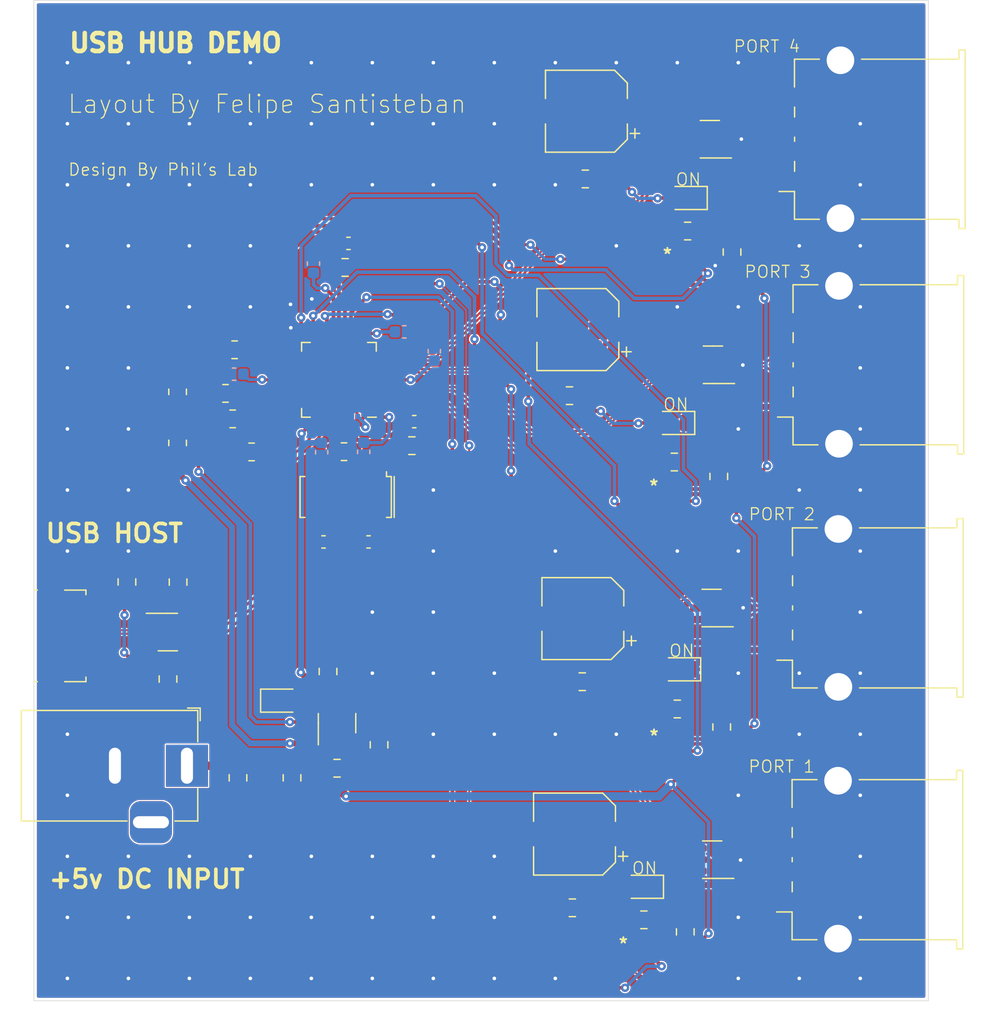
<source format=kicad_pcb>
(kicad_pcb (version 20221018) (generator pcbnew)
  (title_block (title "USB Hub") (date "2025-02-19") (rev "REV 1.0") (company "Felipe Santisteban Facal") (comment 1 "Phil's Lab design"))
  (layers (0 "F.Cu" signal) (1 "In1.Cu" power) (2 "In2.Cu" power) (31 "B.Cu" signal) (34 "B.Paste" user) (35 "F.Paste" user) (36 "B.SilkS" user "B.Silkscreen") (37 "F.SilkS" user "F.Silkscreen") (38 "B.Mask" user) (39 "F.Mask" user) (44 "Edge.Cuts" user))
  (net 0 "")
  (net 1 "+5V")
  (net 2 "GND")
  (net 3 "/+5v_FILT")
  (net 4 "Net-(U1-BP)")
  (net 5 "/+3.3v")
  (net 6 "/USB_HUB_PLLFILT")
  (net 7 "/USB_HUB_XTALIN")
  (net 8 "/+5v PORT_4")
  (net 9 "/+5v PORT_3")
  (net 10 "/+5v PORT_2")
  (net 11 "/+5v PORT_1")
  (net 12 "/+5v PORT_1_FILT")
  (net 13 "/+5v PORT_2_FILT")
  (net 14 "/+5v PORT_3_FILT")
  (net 15 "/+5v PORT_4_FILT")
  (net 16 "/USB_HUB_XTALOUT")
  (net 17 "/+5v HOST")
  (net 18 "/+5v HOST FILT")
  (net 19 "/USB_HUB_CRFILT")
  (net 20 "Net-(D1-K)")
  (net 21 "Net-(D2-K)")
  (net 22 "Net-(D3-K)")
  (net 23 "Net-(D4-K)")
  (net 24 "Net-(D5-K)")
  (net 25 "/PORT1_D-")
  (net 26 "/PORT1_D+")
  (net 27 "/PORT3_D-")
  (net 28 "/PORT3_D+")
  (net 29 "/PORT2_D-")
  (net 30 "/PORT2_D+")
  (net 31 "/PORT4_D-")
  (net 32 "/PORT4_D+")
  (net 33 "/USB_HOST_D-")
  (net 34 "/USB_HOST_D+")
  (net 36 "/PORT4_ILIMIT")
  (net 37 "/PORT3_ILIMIT")
  (net 38 "/PORT2_ILIMIT")
  (net 39 "/PORT1_ILIMIT")
  (net 40 "/USB_HUB_SCL")
  (net 41 "/USB_HUB_SDA")
  (net 42 "/USB_HUB_SUSP_IND")
  (net 43 "/USB_HUB_HS_IND")
  (net 44 "/VBUS_DET")
  (net 45 "/USB_HUB_RBIAS")
  (net 46 "/USB_HUB_OCS1")
  (net 47 "/USB_HUB_OCS2")
  (net 48 "/USB_HUB_OCS3")
  (net 49 "/USB_HUB_OCS4")
  (net 50 "/USB_HUB1_D-")
  (net 51 "/USB_HUB1_D+")
  (net 52 "/USB_HUB2_D-")
  (net 53 "/USB_HUB2_D+")
  (net 54 "/USB_HUB3_D-")
  (net 55 "/USB_HUB3_D+")
  (net 56 "/USB_HUB4_D-")
  (net 57 "/USB_HUB4_D+")
  (net 58 "/USB_HUB_PRW1")
  (net 59 "/USB_HUB_PRW2")
  (net 60 "/USB_HUB_PRW3")
  (net 61 "/USB_HUB_PRW4")
  (net 62 "/USB_HOST_HUB_D+")
  (net 63 "/USB_HOST_HUB_D-")
  (footprint "Capacitor_SMD:C_0805_2012Metric" (layer "F.Cu") (at 165.1711 81.72)
    (fp_text reference "C14" hide)
    (fp_text value "2u2")
  )
  (footprint "Capacitor_SMD:C_0603_1608Metric" (layer "F.Cu") (at 135.951 88.368 180)
    (fp_text reference "C25" hide)
    (fp_text value "10p")
  )
  (footprint "Resistor_SMD:R_0805_2012Metric" (layer "F.Cu") (at 123.795 75.88 90)
    (fp_text reference "R16" hide)
    (fp_text value "100k")
  )
  (footprint "Resistor_SMD:R_0805_2012Metric" (layer "F.Cu") (at 127.785 76.01)
    (fp_text reference "R11" hide)
    (fp_text value "100k")
  )
  (footprint "Capacitor_SMD:C_0805_2012Metric" (layer "F.Cu") (at 137.075 107.2)
    (fp_text reference "C3" hide)
    (fp_text value "2u2")
  )
  (footprint "Package_TO_SOT_SMD:SOT-23-5" (layer "F.Cu") (at 137.075 103.45 90)
    (fp_text reference "U1" hide)
    (fp_text value "SPX3819M5-L-3-3")
  )
  (footprint "Resistor_SMD:R_0805_2012Metric" (layer "F.Cu") (at 129.9575 80.88 180)
    (fp_text reference "R13" hide)
    (fp_text value "100k")
  )
  (footprint "Inductor_SMD:L_0201_0603Metric" (layer "F.Cu") (at 160.635 57.915 90)
    (fp_text reference "FB6" hide)
    (fp_text value "120R 3A")
  )
  (footprint "Capacitor_SMD:C_0805_2012Metric" (layer "F.Cu") (at 136.325 99.15 90)
    (fp_text reference "C5" hide)
    (fp_text value "2u2")
  )
  (footprint "Capacitor_SMD:C_0805_2012Metric" (layer "F.Cu") (at 122.995 99.78 -90)
    (fp_text reference "C28" hide)
    (fp_text value "100n")
  )
  (footprint "Capacitor_SMD:C_0805_2012Metric" (layer "F.Cu") (at 123.835 91.71 90)
    (fp_text reference "C27" hide)
    (fp_text value "2u2")
  )
  (footprint "mis_footprints:MIC2099-1YMT" (layer "F.Cu") (at 165.1211 84.47)
    (fp_text reference "U4" hide)
    (fp_text value "~")
  )
  (footprint "Connector_USB:USB_A_TE_292303-7_Horizontal" (layer "F.Cu") (at 181.505 114.81 90)
    (fp_text reference "J2" hide)
    (fp_text value "USB_A")
  )
  (footprint "Capacitor_SMD:C_0603_1608Metric" (layer "F.Cu") (at 138.025 63.53)
    (fp_text reference "C29" hide)
    (fp_text value "10n")
  )
  (footprint "Capacitor_SMD:C_0805_2012Metric" (layer "F.Cu") (at 157.5 100 180)
    (fp_text reference "C18" hide)
    (fp_text value "2u2")
  )
  (footprint "Capacitor_SMD:C_0805_2012Metric" (layer "F.Cu") (at 156.435 76.2 180)
    (fp_text reference "C19" hide)
    (fp_text value "2u2")
  )
  (footprint "LED_SMD:LED_0805_2012Metric" (layer "F.Cu") (at 166.225 59.75 180)
    (fp_text reference "D2" hide)
    (fp_text value "GREEN LED")
  )
  (footprint "Resistor_SMD:R_0201_0603Metric" (layer "F.Cu") (at 165.1211 86.72 180)
    (fp_text reference "R20" hide)
    (fp_text value "DNP_12K")
  )
  (footprint "Crystal:Resonator_SMD-3Pin_7.2x3.0mm" (layer "F.Cu") (at 137.795 84.63 180)
    (fp_text reference "Y1" hide)
    (fp_text value "24MHz")
  )
  (footprint "Capacitor_SMD:C_0805_2012Metric" (layer "F.Cu") (at 166.275 62.5)
    (fp_text reference "C13" hide)
    (fp_text value "2u2")
  )
  (footprint "LED_SMD:LED_0805_2012Metric" (layer "F.Cu") (at 165.6775 98.97 180)
    (fp_text reference "D4" hide)
    (fp_text value "GREEN LED")
  )
  (footprint "Resistor_SMD:R_0201_0603Metric" (layer "F.Cu") (at 166.32 66.95 180)
    (fp_text reference "R21" hide)
    (fp_text value "DNP_12K")
  )
  (footprint "Capacitor_SMD:C_0805_2012Metric" (layer "F.Cu") (at 140.575 105.25 -90)
    (fp_text reference "C4" hide)
    (fp_text value "100n")
  )
  (footprint "Package_DFN_QFN:QFN-36-1EP_6x6mm_P0.5mm_EP3.7x3.7mm" (layer "F.Cu") (at 137.2325 74.88 180)
    (fp_text reference "U2" hide)
    (fp_text value "USB2514B_Bi" hide)
  )
  (footprint "Capacitor_SMD:CP_Elec_6.3x3.9" (layer "F.Cu") (at 157.135 70.7 180)
    (fp_text reference "C23" hide)
    (fp_text value "100u")
  )
  (footprint "Capacitor_SMD:C_0805_2012Metric" (layer "F.Cu") (at 137.75 65.53)
    (fp_text reference "C30" hide)
    (fp_text value "100n")
  )
  (footprint "Resistor_SMD:R_0201_0603Metric" (layer "F.Cu") (at 162.46 105.27 180)
    (fp_text reference "R4" hide)
    (fp_text value "330")
  )
  (footprint "Capacitor_SMD:C_0805_2012Metric" (layer "F.Cu") (at 169.115 103.77 90)
    (fp_text reference "C11" hide)
    (fp_text value "2u2")
  )
  (footprint "Capacitor_SMD:C_0805_2012Metric" (layer "F.Cu") (at 166.08 120.815 90)
    (fp_text reference "C12" hide)
    (fp_text value "2u2")
  )
  (footprint "Connector_USB:USB_A_TE_292303-7_Horizontal" (layer "F.Cu") (at 181.705 54.86 90)
    (fp_text reference "J5" hide)
    (fp_text value "USB_A")
  )
  (footprint "Resistor_SMD:R_0201_0603Metric" (layer "F.Cu") (at 159.33 122.565 180)
    (fp_text reference "R5" hide)
    (fp_text value "330")
  )
  (footprint "Resistor_SMD:R_0201_0603Metric" (layer "F.Cu") (at 168.46 100.365 -90)
    (fp_text reference "R8" hide)
    (fp_text value "330")
  )
  (footprint "Capacitor_SMD:C_0805_2012Metric" (layer "F.Cu") (at 156.675 118.815 180)
    (fp_text reference "C17" hide)
    (fp_text value "2u2")
  )
  (footprint "Inductor_SMD:L_0201_0603Metric" (layer "F.Cu") (at 131.075 107.05)
    (fp_text reference "FB1" hide)
    (fp_text value "3A")
  )
  (footprint "Capacitor_SMD:C_0805_2012Metric" (layer "F.Cu") (at 168.8711 82.92 90)
    (fp_text reference "C10" hide)
    (fp_text value "2u2")
  )
  (footprint "mis_footprints:MIC2099-1YMT" (layer "F.Cu") (at 165.1411 105.270001)
    (fp_text reference "U5" hide)
    (fp_text value "~")
  )
  (footprint "Package_TO_SOT_SMD:SOT-23-6" (layer "F.Cu") (at 168.275 93.87 180)
    (fp_text reference "U10" hide)
    (fp_text value "USBLC6-2SC6")
  )
  (footprint "Capacitor_SMD:C_0805_2012Metric" (layer "F.Cu") (at 119.575 91.7 90)
    (fp_text reference "C26" hide)
    (fp_text value "2u2")
  )
  (footprint "LED_SMD:LED_0805_2012Metric" (layer "F.Cu") (at 165.1836 78.47 180)
    (fp_text reference "D3" hide)
    (fp_text value "GREEN LED")
  )
  (footprint "mis_footprints:MIC2099-1YMT" (layer "F.Cu") (at 162.58 122.565)
    (fp_text reference "U6" hide)
    (fp_text value "~")
  )
  (footprint "Resistor_SMD:R_0201_0603Metric" (layer "F.Cu") (at 169.225 60.595 -90)
    (fp_text reference "R6" hide)
    (fp_text value "330")
  )
  (footprint "Resistor_SMD:R_0201_0603Metric" (layer "F.Cu") (at 168.155 79.255 -90)
    (fp_text reference "R7" hide)
    (fp_text value "330")
  )
  (footprint "Resistor_SMD:R_0805_2012Metric" (layer "F.Cu") (at 137.655 80.86 180)
    (fp_text reference "R10" hide)
    (fp_text value "1M_DNP")
  )
  (footprint "Resistor_SMD:R_0201_0603Metric" (layer "F.Cu") (at 165.045 107.27 180)
    (fp_text reference "R19" hide)
    (fp_text value "DNP_12K")
  )
  (footprint "Capacitor_SMD:C_0805_2012Metric" (layer "F.Cu") (at 157.755 58.165 180)
    (fp_text reference "C20" hide)
    (fp_text value "2u2")
  )
  (footprint "LED_SMD:LED_0805_2012Metric" (layer "F.Cu") (at 132.395 101.576)
    (fp_text reference "D1" hide)
    (fp_text value "GREEN LED")
  )
  (footprint "Package_TO_SOT_SMD:SOT-23-6" (layer "F.Cu") (at 168.385 73.63 180)
    (fp_text reference "U9" hide)
    (fp_text value "USBLC6-2SC6")
  )
  (footprint "Package_TO_SOT_SMD:SOT-23-6" (layer "F.Cu") (at 122.985 95.87)
    (fp_text reference "U7" hide)
    (fp_text value "USBLC6-2SC6")
  )
  (footprint "mis_footprints:MIC2099-1YMT" (layer "F.Cu") (at 166.2511 65.2)
    (fp_text reference "U3" hide)
    (fp_text value "~")
  )
  (footprint "Inductor_SMD:L_0201_0603Metric" (layer "F.Cu") (at 121.665 92.65)
    (fp_text reference "FB4" hide)
    (fp_text value "3A")
  )
  (footprint "Resistor_SMD:R_0201_0603Metric" (layer "F.Cu") (at 163.5 65.2 180)
    (fp_text reference "R2" hide)
    (fp_text value "330")
  )
  (footprint "Capacitor_SMD:C_0603_1608Metric" (layer "F.Cu") (at 143.505 78.36)
    (fp_text reference "C6" hide)
    (fp_text value "10n")
  )
  (footprint "Inductor_SMD:L_0201_0603Metric" (layer "F.Cu") (at 160.665 99.575 90)
    (fp_text reference "FB3" hide)
    (fp_text value "120R 3A")
  )
  (footprint "Package_TO_SOT_SMD:SOT-23-6" (layer "F.Cu") (at 168.125 54.86 180)
    (fp_text reference "U11" hide)
    (fp_text value "USBLC6-2SC6")
  )
  (footprint "Connector_USB:USB_A_TE_292303-7_Horizontal" (layer "F.Cu") (at 181.585 73.63 90)
    (fp_text reference "J3" hide)
    (fp_text value "USB_A")
  )
  (footprint "Package_TO_SOT_SMD:SOT-23-6" (layer "F.Cu") (at 168.325 114.81 180)
    (fp_text reference "U8" hide)
    (fp_text value "USBLC6-2SC6")
  )
  (footprint "Resistor_SMD:R_0805_2012Metric" (layer "F.Cu") (at 123.795 80.13 90)
    (fp_text reference "R15" hide)
    (fp_text value "100k")
  )
  (footprint "Capacitor_SMD:CP_Elec_6.3x3.9" (layer "F.Cu") (at 156.855 112.68 180)
    (fp_text reference "C21" hide)
    (fp_text value "100u")
  )
  (footprint "Resistor_SMD:R_0201_0603Metric" (layer "F.Cu") (at 162.605 124.565 180)
    (fp_text reference "R18" hide)
    (fp_text value "DNP_12K")
  )
  (footprint "Resistor_SMD:R_0201_0603Metric" (layer "F.Cu") (at 162.215 84.36 180)
    (fp_text reference "R3" hide)
    (fp_text value "330")
  )
  (footprint "Capacitor_SMD:CP_Elec_6.3x3.9" (layer "F.Cu") (at 157.845 52.53 180)
    (fp_text reference "C24" hide)
    (fp_text value "100u")
  )
  (footprint "Connector_BarrelJack:BarrelJack_Horizontal" (layer "F.Cu") (at 124.575 106.9925)
    (fp_text reference "J1" hide)
    (fp_text value "Jack-DC")
  )
  (footprint "Resistor_SMD:R_0805_2012Metric" (layer "F.Cu") (at 128.3825 78.13)
    (fp_text reference "R14" hide)
    (fp_text value "100k")
  )
  (footprint "Connector_USB:USB_Micro-B_Molex_47346-0001" (layer "F.Cu") (at 114.45 96.1875 -90)
    (fp_text reference "J6" hide)
    (fp_text value "USB_B_Micro")
  )
  (footprint "Capacitor_SMD:C_0805_2012Metric" (layer "F.Cu") (at 162.63 119.815)
    (fp_text reference "C16" hide)
    (fp_text value "2u2")
  )
  (footprint "Resistor_SMD:R_0201_0603Metric" (layer "F.Cu") (at 165.425 117.815 -90)
    (fp_text reference "R9" hide)
    (fp_text value "330")
  )
  (footprint "Capacitor_SMD:C_0805_2012Metric" (layer "F.Cu") (at 143.305 80.36)
    (fp_text reference "C7" hide)
    (fp_text value "100n")
  )
  (footprint "Capacitor_SMD:C_0805_2012Metric" (layer "F.Cu") (at 165.415 102.27)
    (fp_text reference "C15" hide)
    (fp_text value "2u2")
  )
  (footprint "Capacitor_SMD:C_0805_2012Metric" (layer "F.Cu") (at 169.975 64.25 90)
    (fp_text reference "C9" hide)
    (fp_text value "2u2")
  )
  (footprint "Resistor_SMD:R_0805_2012Metric" (layer "F.Cu") (at 128.545 72.38)
    (fp_text reference "R12" hide)
    (fp_text value "100k")
  )
  (footprint "Capacitor_SMD:CP_Elec_6.3x3.9" (layer "F.Cu") (at 157.55 94.75 180)
    (fp_text reference "C22" hide)
    (fp_text value "100u")
  )
  (footprint "Connector_USB:USB_A_TE_292303-7_Horizontal" (layer "F.Cu") (at 181.535 93.86 90)
    (fp_text reference "J4" hide)
    (fp_text value "USB_A")
  )
  (footprint "Resistor_SMD:R_0201_0603Metric" (layer "F.Cu") (at 131.379 99.544 90)
    (fp_text reference "R1" hide)
    (fp_text value "330")
  )
  (footprint "Capacitor_SMD:C_0805_2012Metric" (layer "F.Cu") (at 128.825 108 -90)
    (fp_text reference "C1" hide)
    (fp_text value "2u2")
  )
  (footprint "Inductor_SMD:L_0201_0603Metric" (layer "F.Cu") (at 159.385 75.355 90)
    (fp_text reference "FB5" hide)
    (fp_text value "120R 3A")
  )
  (footprint "LED_SMD:LED_0805_2012Metric" (layer "F.Cu") (at 162.58 117.065 180)
    (fp_text reference "D5" hide)
    (fp_text value "GREEN LED")
  )
  (footprint "Capacitor_SMD:C_0805_2012Metric" (layer "F.Cu") (at 133.325 108 -90)
    (fp_text reference "C2" hide)
    (fp_text value "2u2")
  )
  (footprint "Capacitor_SMD:C_0603_1608Metric" (layer "F.Cu") (at 139.701 88.368 180)
    (fp_text reference "C8" hide)
    (fp_text value "10p")
  )
  (footprint "Inductor_SMD:L_0201_0603Metric" (layer "F.Cu") (at 159.925 118.315 90)
    (fp_text reference "FB2" hide)
    (fp_text value "120R 3A")
  )
  (footprint "Resistor_SMD:R_0201_0603Metric" (layer "B.Cu") (at 138.815 77.61 90)
    (fp_text reference "R17" hide)
    (fp_text value "12k")
  )
  (footprint "Capacitor_SMD:C_0603_1608Metric" (layer "B.Cu") (at 135.115 65.205 -90)
    (fp_text reference "C35" hide)
    (fp_text value "100n" hide)
  )
  (footprint "Capacitor_SMD:C_0603_1608Metric" (layer "B.Cu") (at 139.295 80.88 90)
    (fp_text reference "C34" hide)
    (fp_text value "100n")
  )
  (footprint "Capacitor_SMD:C_0603_1608Metric" (layer "B.Cu") (at 128.495 74.41)
    (fp_text reference "C36" hide)
    (fp_text value "100n" hide)
  )
  (footprint "Capacitor_SMD:C_0603_1608Metric" (layer "B.Cu") (at 145.175 72.5 -90)
    (fp_text reference "C31" hide)
    (fp_text value "100n" hide)
  )
  (footprint "Capacitor_SMD:C_0603_1608Metric" (layer "B.Cu") (at 142.68 70.89 180)
    (fp_text reference "C32" hide)
    (fp_text value "100n" hide)
  )
  (footprint "Capacitor_SMD:C_0603_1608Metric" (layer "B.Cu") (at 135.795 80.905 90)
    (fp_text reference "C33" hide)
    (fp_text value "100n")
  )
  (gr_rect (start 111.825 43.3) (end 186.325 126.55) (stroke (width 0.05)) (fill none) (layer "Edge.Cuts"))
  (gr_text "PORT 3" (at 170.95 66.475) (layer "F.SilkS") (effects (font (size 1 1) (thickness 0.1)) (justify left bottom)))
  (gr_text "PORT 1" (at 171.275 107.65) (layer "F.SilkS") (effects (font (size 1 1) (thickness 0.1)) (justify left bottom)))
  (gr_text "USB HOST" (at 112.65 88.525) (layer "F.SilkS") (effects (font (size 1.5 1.5) (thickness 0.3) bold) (justify left bottom)))
  (gr_text "ON" (at 164.6775 98.01) (layer "F.SilkS") (effects (font (size 1 1) (thickness 0.1)) (justify left bottom)))
  (gr_text "PORT 2" (at 171.3 86.65) (layer "F.SilkS") (effects (font (size 1 1) (thickness 0.1)) (justify left bottom)))
  (gr_text "ON" (at 164.1836 77.51) (layer "F.SilkS") (effects (font (size 1 1) (thickness 0.1)) (justify left bottom)))
  (gr_text "ON" (at 165.225 58.79) (layer "F.SilkS") (effects (font (size 1 1) (thickness 0.1)) (justify left bottom)))
  (gr_text "ON" (at 161.58 116.105) (layer "F.SilkS") (effects (font (size 1 1) (thickness 0.1)) (justify left bottom)))
  (gr_text "PORT 4" (at 170.05 47.725) (layer "F.SilkS") (effects (font (size 1 1) (thickness 0.1)) (justify left bottom)))
  (gr_text "Layout By Felipe Santisteban" (at 114.575 52.8) (layer "F.SilkS") (effects (font (size 1.5 1.5) (thickness 0.1)) (justify left bottom)))
  (gr_text "+5v DC INPUT" (at 112.925 117.3) (layer "F.SilkS") (effects (font (size 1.5 1.5) (thickness 0.3) bold) (justify left bottom)))
  (gr_text "USB HUB DEMO" (at 114.6 47.725) (layer "F.SilkS") (effects (font (size 1.5 1.5) (thickness 0.375) bold) (justify left bottom)))
  (gr_text "Design By Phil's Lab" (at 114.625 57.975) (layer "F.SilkS") (effects (font (size 1 1) (thickness 0.1)) (justify left bottom)))
  (segment (start 128.825 107.05) (end 130.755 107.05) (width 0.3) (layer "F.Cu") (net 1))
  (segment (start 124.575 106.9925) (end 128.7675 106.9925) (width 0.7) (layer "F.Cu") (net 1))
  (segment (start 128.7675 106.9925) (end 128.825 107.05) (width 0.7) (layer "F.Cu") (net 1))
  (segment (start 169.4625 114.81) (end 170.655 114.81) (width 0.3) (layer "F.Cu") (net 2))
  (segment (start 118.795 100.73) (end 118.575 100.95) (width 0.7) (layer "F.Cu") (net 2))
  (segment (start 115.825 98.675) (end 114.1375 98.675) (width 0.7) (layer "F.Cu") (net 2))
  (segment (start 170.655 114.81) (end 170.685 114.84) (width 0.3) (layer "F.Cu") (net 2))
  (segment (start 114.1375 98.675) (end 113.25 99.5625) (width 0.7) (layer "F.Cu") (net 2))
  (segment (start 113.25 97.7375) (end 113.25 99.5625) (width 0.7) (layer "F.Cu") (net 2))
  (segment (start 113.25 95.0375) (end 113.25 92.8125) (width 0.7) (layer "F.Cu") (net 2))
  (segment (start 123.825 90.75) (end 123.835 90.76) (width 0.7) (layer "F.Cu") (net 2))
  (segment (start 118.575 100.95) (end 118.575 106.9925) (width 0.7) (layer "F.Cu") (net 2))
  (segment (start 115.825 93.45) (end 115.175 92.8) (width 0.7) (layer "F.Cu") (net 2))
  (segment (start 115.825 93.7) (end 115.825 92.12) (width 0.7) (layer "F.Cu") (net 2))
  (segment (start 115.1625 92.8125) (end 113.25 92.8125) (width 0.7) (layer "F.Cu") (net 2))
  (segment (start 115.825 93.7) (end 115.825 93.45) (width 0.7) (layer "F.Cu") (net 2))
  (segment (start 116.74 98.675) (end 118.795 100.73) (width 0.7) (layer "F.Cu") (net 2))
  (segment (start 115.175 92.8) (end 115.1625 92.8125) (width 0.7) (layer "F.Cu") (net 2))
  (segment (start 115.825 98.675) (end 116.74 98.675) (width 0.7) (layer "F.Cu") (net 2))
  (segment (start 117.195 90.75) (end 119.575 90.75) (width 0.7) (layer "F.Cu") (net 2))
  (segment (start 119.575 90.75) (end 123.825 90.75) (width 0.7) (layer "F.Cu") (net 2))
  (segment (start 113.25 95.0375) (end 113.25 97.7375) (width 0.7) (layer "F.Cu") (net 2))
  (segment (start 118.795 100.73) (end 122.995 100.73) (width 0.7) (layer "F.Cu") (net 2))
  (segment (start 115.825 92.12) (end 117.195 90.75) (width 0.7) (layer "F.Cu") (net 2))
  (via (at 114.615 89.13) (size 0.7) (drill 0.3) (layers "F.Cu" "B.Cu") (net 2))
  (via (at 145.095 53.57) (size 0.7) (drill 0.3) (layers "F.Cu" "B.Cu") (net 2))
  (via (at 175.575 63.73) (size 0.7) (drill 0.3) (layers "F.Cu" "B.Cu") (net 2))
  (via (at 150.175 53.57) (size 0.7) (drill 0.3) (layers "F.Cu" "B.Cu") (net 2))
  (via (at 119.695 89.13) (size 0.7) (drill 0.3) (layers "F.Cu" "B.Cu") (net 2))
  (via (at 119.695 114.53) (size 0.7) (drill 0.3) (layers "F.Cu" "B.Cu") (net 2))
  (via (at 170.495 68.81) (size 0.7) (drill 0.3) (layers "F.Cu" "B.Cu") (net 2))
  (via (at 155.255 124.69) (size 0.7) (drill 0.3) (layers "F.Cu" "B.Cu") (net 2))
  (via (at 114.615 78.97) (size 0.7) (drill 0.3) (layers "F.Cu" "B.Cu") (net 2))
  (via (at 160.335 63.73) (size 0.7) (drill 0.3) (layers "F.Cu" "B.Cu") (net 2))
  (via (at 134.935 58.65) (size 0.7) (drill 0.3) (layers "F.Cu" "B.Cu") (net 2))
  (via (at 114.615 48.49) (size 0.7) (drill 0.3) (layers "F.Cu" "B.Cu") (net 2))
  (via (at 114.615 84.05) (size 0.7) (drill 0.3) (layers "F.Cu" "B.Cu") (net 2))
  (via (at 145.095 94.21) (size 0.7) (drill 0.3) (layers "F.Cu" "B.Cu") (net 2))
  (via (at 119.695 119.61) (size 0.7) (drill 0.3) (layers "F.Cu" "B.Cu") (net 2))
  (via (at 119.695 78.97) (size 0.7) (drill 0.3) (layers "F.Cu" "B.Cu") (net 2))
  (via (at 124.775 48.49) (size 0.7) (drill 0.3) (layers "F.Cu" "B.Cu") (net 2))
  (via (at 145.095 119.61) (size 0.7) (drill 0.3) (layers "F.Cu" "B.Cu") (net 2))
  (via (at 170.495 124.69) (size 0.7) (drill 0.3) (layers "F.Cu" "B.Cu") (net 2))
  (via (at 155.255 89.13) (size 0.7) (drill 0.3) (layers "F.Cu" "B.Cu") (net 2))
  (via (at 140.015 94.21) (size 0.7) (drill 0.3) (layers "F.Cu" "B.Cu") (net 2))
  (via (at 140.015 58.65) (size 0.7) (drill 0.3) (layers "F.Cu" "B.Cu") (net 2))
  (via (at 180.655 84.05) (size 0.7) (drill 0.3) (layers "F.Cu" "B.Cu") (net 2))
  (via (at 160.335 48.49) (size 0.7) (drill 0.3) (layers "F.Cu" "B.Cu") (net 2))
  (via (at 150.175 48.49) (size 0.7) (drill 0.3) (layers "F.Cu" "B.Cu") (net 2))
  (via (at 140.015 114.53) (size 0.7) (drill 0.3) (layers "F.Cu" "B.Cu") (net 2))
  (via (at 119.695 73.89) (size 0.7) (drill 0.3) (layers "F.Cu" "B.Cu") (net 2))
  (via (at 180.655 78.97) (size 0.7) (drill 0.3) (layers "F.Cu" "B.Cu") (net 2))
  (via (at 170.75 54.85) (size 0.7) (drill 0.3) (layers "F.Cu" "B.Cu") (net 2))
  (via (at 175.575 104.37) (size 0.7) (drill 0.3) (layers "F.Cu" "B.Cu") (net 2))
  (via (at 119.695 84.05) (size 0.7) (drill 0.3) (layers "F.Cu" "B.Cu") (net 2))
  (via (at 134.935 114.53) (size 0.7) (drill 0.3) (layers "F.Cu" "B.Cu") (net 2))
  (via (at 145.095 89.13) (size 0.7) (drill 0.3) (layers "F.Cu" "B.Cu") (net 2))
  (via (at 170.685 114.84) (size 0.7) (drill 0.3) (layers "F.Cu" "B.Cu") (net 2))
  (via (at 129.855 63.73) (size 0.7) (drill 0.3) (layers "F.Cu" "B.Cu") (net 2))
  (via (at 180.655 89.13) (size 0.7) (drill 0.3) (layers "F.Cu" "B.Cu") (net 2))
  (via (at 133.2 68.6) (size 0.7) (drill 0.3) (layers "F.Cu" "B.Cu") (net 2))
  (via (at 140.015 53.57) (size 0.7) (drill 0.3) (layers "F.Cu" "B.Cu") (net 2))
  (via (at 180.655 99.29) (size 0.7) (drill 0.3) (layers "F.Cu" "B.Cu") (net 2))
  (via (at 165.415 48.49) (size 0.7) (drill 0.3) (layers "F.Cu" "B.Cu") (net 2))
  (via (at 170.495 48.49) (size 0.7) (drill 0.3) (layers "F.Cu" "B.Cu") (net 2))
  (via (at 180.655 109.45) (size 0.7) (drill 0.3) (layers "F.Cu" "B.Cu") (net 2))
  (via (at 134.975 68.15) (size 0.7) (drill 0.3) (layers "F.Cu" "B.Cu") (net 2))
  (via (at 165.415 68.81) (size 0.7) (drill 0.3) (layers "F.Cu" "B.Cu") (net 2))
  (via (at 124.775 53.57) (size 0.7) (drill 0.3) (layers "F.Cu" "B.Cu") (net 2))
  (via (at 129.855 119.61) (size 0.7) (drill 0.3) (layers "F.Cu" "B.Cu") (net 2))
  (via (at 175.575 84.05) (size 0.7) (drill 0.3) (layers "F.Cu" "B.Cu") (net 2))
  (via (at 150.175 104.37) (size 0.7) (drill 0.3) (layers "F.Cu" "B.Cu") (net 2))
  (via (at 114.615 53.57) (size 0.7) (drill 0.3) (layers "F.Cu" "B.Cu") (net 2))
  (via (at 155.255 48.49) (size 0.7) (drill 0.3) (layers "F.Cu" "B.Cu") (net 2))
  (via (at 133.225 70.55) (size 0.7) (drill 0.3) (layers "F.Cu" "B.Cu") (net 2))
  (via (at 124.775 68.81) (size 0.7) (drill 0.3) (layers "F.Cu" "B.Cu") (net 2))
  (via (at 134.935 119.61) (size 0.7) (drill 0.3) (layers "F.Cu" "B.Cu") (net 2))
  (via (at 180.655 94.21) (size 0.7) (drill 0.3) (layers "F.Cu" "B.Cu") (net 2))
  (via (at 150.175 124.69) (size 0.7) (drill 0.3) (layers "F.Cu" "B.Cu") (net 2))
  (via (at 124.775 58.65) (size 0.7) (drill 0.3) (layers "F.Cu" "B.Cu") (net 2))
  (via (at 145.095 124.69) (size 0.7) (drill 0.3) (layers "F.Cu" "B.Cu") (net 2))
  (via (at 180.655 114.53) (size 0.7) (drill 0.3) (layers "F.Cu" "B.Cu") (net 2))
  (via (at 129.855 48.49) (size 0.7) (drill 0.3) (layers "F.Cu" "B.Cu") (net 2))
  (via (at 145.095 114.53) (size 0.7) (drill 0.3) (layers "F.Cu" "B.Cu") (net 2))
  (via (at 180.655 119.61) (size 0.7) (drill 0.3) (layers "F.Cu" "B.Cu") (net 2))
  (via (at 140.015 124.69) (size 0.7) (drill 0.3) (layers "F.Cu" "B.Cu") (net 2))
  (via (at 119.695 53.57) (size 0.7) (drill 0.3) (layers "F.Cu" "B.Cu") (net 2))
  (via (at 180.655 53.57) (size 0.7) (drill 0.3) (layers "F.Cu" "B.Cu") (net 2))
  (via (at 170.495 109.45) (size 0.7) (drill 0.3) (layers "F.Cu" "B.Cu") (net 2))
  (via (at 140.015 48.49) (size 0.7) (drill 0.3) (layers "F.Cu" "B.Cu") (net 2))
  (via (at 114.615 58.65) (size 0.7) (drill 0.3) (layers "F.Cu" "B.Cu") (net 2))
  (via (at 145.095 104.37) (size 0.7) (drill 0.3) (layers "F.Cu" "B.Cu") (net 2))
  (via (at 180.655 124.69) (size 0.7) (drill 0.3) (layers "F.Cu" "B.Cu") (net 2))
  (via (at 150.175 99.29) (size 0.7) (drill 0.3) (layers "F.Cu" "B.Cu") (net 2))
  (via (at 129.855 124.69) (size 0.7) (drill 0.3) (layers "F.Cu" "B.Cu") (net 2))
  (via (at 145.095 58.65) (size 0.7) (drill 0.3) (layers "F.Cu" "B.Cu") (net 2))
  (via (at 170.495 89.13) (size 0.7) (drill 0.3) (layers "F.Cu" "B.Cu") (net 2))
  (via (at 140.015 119.61) (size 0.7) (drill 0.3) (layers "F.Cu" "B.Cu") (net 2))
  (via (at 114.615 109.45) (size 0.7) (drill 0.3) (layers "F.Cu" "B.Cu") (net 2))
  (via (at 150.175 119.61) (size 0.7) (drill 0.3) (layers "F.Cu" "B.Cu") (net 2))
  (via (at 170.495 78.97) (size 0.7) (drill 0.3) (layers "F.Cu" "B.Cu") (net 2))
  (via (at 180.655 63.73) (size 0.7) (drill 0.3) (layers "F.Cu" "B.Cu") (net 2))
  (via (at 160.335 104.37) (size 0.7) (drill 0.3) (layers "F.Cu" "B.Cu") (net 2))
  (via (at 170.875 73.65) (size 0.7) (drill 0.3) (layers "F.Cu" "B.Cu") (net 2))
  (via (at 180.655 58.65) (size 0.7) (drill 0.3) (layers "F.Cu" "B.Cu") (net 2))
  (via (at 145.095 84.05) (size 0.7) (drill 0.3) (layers "F.Cu" "B.Cu") (net 2))
  (via (at 140.015 99.29) (size 0.7) (drill 0.3) (layers "F.Cu" "B.Cu") (net 2))
  (via (at 119.695 63.73) (size 0.7) (drill 0.3) (layers "F.Cu" "B.Cu") (net 2))
  (via (at 114.615 124.69) (size 0.7) (drill 0.3) (layers "F.Cu" "B.Cu") (net 2))
  (via (at 114.615 119.61) (size 0.7) (drill 0.3) (layers "F.Cu" "B.Cu") (net 2))
  (via (at 129.855 68.81) (size 0.7) (drill 0.3) (layers "F.Cu" "B.Cu") (net 2))
  (via (at 175.575 99.29) (size 0.7) (drill 0.3) (layers "F.Cu" "B.Cu") (net 2))
  (via (at 119.695 68.81) (size 0.7) (drill 0.3) (layers "F.Cu" "B.Cu") (net 2))
  (via (at 180.655 68.81) (size 0.7) (drill 0.3) (layers "F.Cu" "B.Cu") (net 2))
  (via (at 124.775 124.69) (size 0.7) (drill 0.3) (layers "F.Cu" "B.Cu") (net 2))
  (via (at 150.175 58.65) (size 0.7) (drill 0.3) (layers "F.Cu" "B.Cu") (net 2))
  (via (at 114.615 104.37) (size 0.7) (drill 0.3) (layers "F.Cu" "B.Cu") (net 2))
  (via (at 129.855 53.57) (size 0.7) (drill 0.3) (layers "F.Cu" "B.Cu") (net 2))
  (via (at 124.775 114.53) (size 0.7) (drill 0.3) (layers "F.Cu" "B.Cu") (net 2))
  (via (at 134.935 53.57) (size 0.7) (drill 0.3) (layers "F.Cu" "B.Cu") (net 2))
  (via (at 170.495 119.61) (size 0.7) (drill 0.3) (layers "F.Cu" "B.Cu") (net 2))
  (via (at 165.415 89.13) (size 0.7) (drill 0.3) (layers "F.Cu" "B.Cu") (net 2))
  (via (at 114.615 68.81) (size 0.7) (drill 0.3) (layers "F.Cu" "B.Cu") (net 2))
  (via (at 150.175 114.53) (size 0.7) (drill 0.3) (layers "F.Cu" "B.Cu") (net 2))
  (via (at 175.575 124.69) (size 0.7) (drill 0.3) (layers "F.Cu" "B.Cu") (net 2))
  (via (at 170.9 93.85) (size 0.7) (drill 0.3) (layers "F.Cu" "B.Cu") (net 2))
  (via (at 119.695 124.69) (size 0.7) (drill 0.3) (layers "F.Cu" "B.Cu") (net 2))
  (via (at 119.695 48.49) (size 0.7) (drill 0.3) (layers "F.Cu" "B.Cu") (net 2))
  (via (at 114.615 63.73) (size 0.7) (drill 0.3) (layers "F.Cu" "B.Cu") (net 2))
  (via (at 124.775 119.61) (size 0.7) (drill 0.3) (layers "F.Cu" "B.Cu") (net 2))
  (via (at 155.255 58.65) (size 0.7) (drill 0.3) (layers "F.Cu" "B.Cu") (net 2))
  (via (at 129.855 58.65) (size 0.7) (drill 0.3) (layers "F.Cu" "B.Cu") (net 2))
  (via (at 155.255 104.37) (size 0.7) (drill 0.3) (layers "F.Cu" "B.Cu") (net 2))
  (via (at 119.695 58.65) (size 0.7) (drill 0.3) (layers "F.Cu" "B.Cu") (net 2))
  (via (at 145.095 99.29) (size 0.7) (drill 0.3) (layers "F.Cu" "B.Cu") (net 2))
  (via (at 145.095 48.49) (size 0.7) (drill 0.3) (layers "F.Cu" "B.Cu") (net 2))
  (via (at 168.575 65.375) (size 0.7) (drill 0.3) (layers "F.Cu" "B.Cu") (net 2))
  (via (at 124.775 63.73) (size 0.7) (drill 0.3) (layers "F.Cu" "B.Cu") (net 2))
  (via (at 114.615 114.53) (size 0.7) (drill 0.3) (layers "F.Cu" "B.Cu") (net 2))
  (via (at 134.935 48.49) (size 0.7) (drill 0.3) (layers "F.Cu" "B.Cu") (net 2))
  (via (at 180.655 104.37) (size 0.7) (drill 0.3) (layers "F.Cu" "B.Cu") (net 2))
  (via (at 180.655 73.89) (size 0.7) (drill 0.3) (layers "F.Cu" "B.Cu") (net 2))
  (via (at 129.855 114.53) (size 0.7) (drill 0.3) (layers "F.Cu" "B.Cu") (net 2))
  (via (at 134.935 124.69) (size 0.7) (drill 0.3) (layers "F.Cu" "B.Cu") (net 2))
  (via (at 114.615 73.89) (size 0.7) (drill 0.3) (layers "F.Cu" "B.Cu") (net 2))
  (via (at 170.495 99.29) (size 0.7) (drill 0.3) (layers "F.Cu" "B.Cu") (net 2))
  (segment (start 167.715 107.27) (end 169.115 105.87) (width 0.3) (layer "F.Cu") (net 3))
  (segment (start 136.125 107.2) (end 136.125 107.84) (width 0.7) (layer "F.Cu") (net 3))
  (segment (start 136.125 107.2) (end 136.125 104.5875) (width 0.5) (layer "F.Cu") (net 3))
  (segment (start 165.365 107.27) (end 165.365 108.05) (width 0.3) (layer "F.Cu") (net 3))
  (segment (start 170.335 85.3339) (end 168.8711 83.87) (width 0.3) (layer "F.Cu") (net 3))
  (segment (start 123.795 81.0425) (end 123.795 82.59) (width 0.5) (layer "F.Cu") (net 3))
  (segment (start 165.365 108.05) (end 164.875 108.54) (width 0.3) (layer "F.Cu") (net 3))
  (segment (start 168.771099 83.970001) (end 168.8711 83.87) (width 0.3) (layer "F.Cu") (net 3))
  (segment (start 135.5805 105.132) (end 133.157 105.132) (width 0.5) (layer "F.Cu") (net 3))
  (segment (start 170.605 104.72) (end 171.845 103.48) (width 0.3) (layer "F.Cu") (net 3))
  (segment (start 171.08 83.87) (end 172.9 82.05) (width 0.3) (layer "F.Cu") (net 3))
  (segment (start 168.8711 84.7539) (end 168.8711 83.87) (width 0.3) (layer "F.Cu") (net 3))
  (segment (start 169.975 65.2) (end 169.5 65.2) (width 0.3) (layer "F.Cu") (net 3))
  (segment (start 131.395 107.05) (end 133.325 107.05) (width 0.3) (layer "F.Cu") (net 3))
  (segment (start 136.125 104.5875) (end 135.5805 105.132) (width 0.5) (layer "F.Cu") (net 3))
  (segment (start 166.08 121.765) (end 167.2 121.765) (width 0.3) (layer "F.Cu") (net 3))
  (segment (start 168.225 66.95) (end 169.975 65.2) (width 0.3) (layer "F.Cu") (net 3))
  (segment (start 165.4411 86.72) (end 166.905 86.72) (width 0.3) (layer "F.Cu") (net 3))
  (segment (start 170.335 86.39) (end 170.335 85.3339) (width 0.3) (layer "F.Cu") (net 3))
  (segment (start 162.925 124.565) (end 164.52 124.565) (width 0.3) (layer "F.Cu") (net 3))
  (segment (start 165.779999 122.065001) (end 166.08 121.765) (width 0.3) (layer "F.Cu") (net 3))
  (segment (start 164.52 124.565) (end 166.08 123.005) (width 0.3) (layer "F.Cu") (net 3))
  (segment (start 135.975 107.05) (end 136.125 107.2) (width 0.7) (layer "F.Cu") (net 3))
  (segment (start 165.845 83.970001) (end 168.771099 83.970001) (width 0.3) (layer "F.Cu") (net 3))
  (segment (start 169.975 65.2) (end 172.675 67.9) (width 0.3) (layer "F.Cu") (net 3))
  (segment (start 133.325 107.05) (end 135.975 107.05) (width 0.7) (layer "F.Cu") (net 3))
  (segment (start 169.064998 104.770002) (end 169.115 104.72) (width 0.3) (layer "F.Cu") (net 3))
  (segment (start 169.5 65.2) (end 169.000001 64.700001) (width 0.3) (layer "F.Cu") (net 3))
  (segment (start 169.000001 64.700001) (end 166.975 64.700001) (width 0.3) (layer "F.Cu") (net 3))
  (segment (start 167.2 121.765) (end 168.015 120.95) (width 0.3) (layer "F.Cu") (net 3))
  (segment (start 166.64 66.95) (end 168.225 66.95) (width 0.3) (layer "F.Cu") (net 3))
  (segment (start 163.3039 122.065001) (end 165.779999 122.065001) (width 0.3) (layer "F.Cu") (net 3))
  (segment (start 136.125 107.84) (end 137.825 109.54) (width 0.7) (layer "F.Cu") (net 3))
  (segment (start 172.675 67.9) (end 172.675 68.1) (width 0.3) (layer "F.Cu") (net 3))
  (segment (start 169.115 104.72) (end 170.605 104.72) (width 0.3) (layer "F.Cu") (net 3))
  (segment (start 165.865 104.770002) (end 169.064998 104.770002) (width 0.3) (layer "F.Cu") (net 3))
  (segment (start 169.115 105.87) (end 169.115 104.72) (width 0.3) (layer "F.Cu") (net 3))
  (segment (start 165.365 107.27) (end 167.715 107.27) (width 0.3) (layer "F.Cu") (net 3))
  (segment (start 123.795 82.59) (end 124.455 83.25) (width 0.5) (layer "F.Cu") (net 3))
  (segment (start 166.08 123.005) (end 166.08 121.765) (width 0.3) (layer "F.Cu") (net 3))
  (segment (start 166.905 86.72) (end 168.8711 84.7539) (width 0.3) (layer "F.Cu") (net 3))
  (segment (start 168.8711 83.87) (end 171.08 83.87) (width 0.3) (layer "F.Cu") (net 3))
  (via (at 168.015 120.95) (size 0.7) (drill 0.3) (layers "F.Cu" "B.Cu") (net 3))
  (via (at 172.9 82.05) (size 0.7) (drill 0.3) (layers "F.Cu" "B.Cu") (net 3))
  (via (at 171.845 103.48) (size 0.7) (drill 0.3) (layers "F.Cu" "B.Cu") (net 3))
  (via (at 137.825 109.54) (size 0.7) (drill 0.3) (layers "F.Cu" "B.Cu") (net 3))
  (via (at 124.455 83.25) (size 0.7) (drill 0.3) (layers "F.Cu" "B.Cu") (net 3))
  (via (at 170.335 86.39) (size 0.7) (drill 0.3) (layers "F.Cu" "B.Cu") (net 3))
  (via (at 164.875 108.54) (size 0.7) (drill 0.3) (layers "F.Cu" "B.Cu") (net 3))
  (via (at 133.157 105.132) (size 0.7) (drill 0.3) (layers "F.Cu" "B.Cu") (net 3))
  (via (at 172.675 68.1) (size 0.7) (drill 0.3) (layers "F.Cu" "B.Cu") (net 3))
  (segment (start 168.015 111.68) (end 164.875 108.54) (width 0.3) (layer "B.Cu") (net 3))
  (segment (start 172.675 68.1) (end 172.8 68.225) (width 0.3) (layer "B.Cu") (net 3))
  (segment (start 163.875 109.54) (end 164.875 108.54) (width 0.7) (layer "B.Cu") (net 3))
  (segment (start 172.8 81.95) (end 172.9 82.05) (width 0.3) (layer "B.Cu") (net 3))
  (segment (start 171.845 103.48) (end 171.845 87.9) (width 0.3) (layer "B.Cu") (net 3))
  (segment (start 128.331 103.608) (end 129.855 105.132) (width 0.5) (layer "B.Cu") (net 3))
  (segment (start 168.015 120.95) (end 168.015 111.68) (width 0.3) (layer "B.Cu") (net 3))
  (segment (start 137.825 109.54) (end 163.875 109.54) (width 0.7) (layer "B.Cu") (net 3))
  (segment (start 129.855 105.132) (end 133.157 105.132) (width 0.5) (layer "B.Cu") (net 3))
  (segment (start 128.331 87.126) (end 128.331 103.608) (width 0.5) (layer "B.Cu") (net 3))
  (segment (start 172.8 68.225) (end 172.8 81.95) (width 0.3) (layer "B.Cu") (net 3))
  (segment (start 171.845 87.9) (end 170.335 86.39) (width 0.3) (layer "B.Cu") (net 3))
  (segment (start 124.455 83.25) (end 128.331 87.126) (width 0.5) (layer "B.Cu") (net 3))
  (segment (start 138.5875 102.3125) (end 140.575 104.3) (width 0.5) (layer "F.Cu") (net 4))
  (segment (start 138.025 102.3125) (end 138.5875 102.3125) (width 0.5) (layer "F.Cu") (net 4))
  (segment (start 138.952499 77.125) (end 136.0264 77.125) (width 0.26) (layer "F.Cu") (net 5))
  (segment (start 139.3625 75.275001) (end 139.3625 77.6875) (width 0.26) (layer "F.Cu") (net 5))
  (segment (start 135.7325 77.4189) (end 135.7325 77.8175) (width 0.26) (layer "F.Cu") (net 5))
  (segment (start 139.757501 74.88) (end 139.3625 75.275001) (width 0.26) (layer "F.Cu") (net 5))
  (segment (start 139.395 77.98) (end 139.2325 77.8175) (width 0.3) (layer "F.Cu") (net 5))
  (segment (start 135.076886 78.9) (end 134.55498 78.9) (width 0.3) (layer "F.Cu") (net 5))
  (segment (start 139.2325 77.8175) (end 139.2325 77.405001) (width 0.26) (layer "F.Cu") (net 5))
  (segment (start 134.295 76.38) (end 134.707499 76.38) (width 0.26) (layer "F.Cu") (net 5))
  (segment (start 135.7325 77.405001) (end 135.337499 77.01) (width 0.26) (layer "F.Cu") (net 5))
  (segment (start 135.7325 77.8175) (end 135.7325 77.405001) (width 0.26) (layer "F.Cu") (net 5))
  (segment (start 135.7325 78.244386) (end 135.076886 78.9) (width 0.3) (layer "F.Cu") (net 5))
  (segment (start 139.3625 72.75) (end 139.2475 72.635) (width 0.26) (layer "F.Cu") (net 5))
  (segment (start 139.2325 71.9425) (end 139.2325 72.354999) (width 0.26) (layer "F.Cu") (net 5))
  (segment (start 134.125 79.32998) (end 134.55498 78.9) (width 0.3) (layer "F.Cu") (net 5))
  (segment (start 134.9875 75.1739) (end 134.6936 74.88) (width 0.26) (layer "F.Cu") (net 5))
  (segment (start 134.925 100.1) (end 134.055 99.23) (width 0.5) (layer "F.Cu") (net 5))
  (segment (start 139.3625 74.484999) (end 139.3625 72.75) (width 0.26) (layer "F.Cu") (net 5))
  (segment (start 137.012501 72.635) (end 136.7325 72.354999) (width 0.26) (layer "F.Cu") (net 5))
  (segment (start 136.0264 77.125) (end 135.7325 77.4189) (width 0.26) (layer "F.Cu") (net 5))
  (segment (start 136.7325 72.354999) (end 136.7325 71.9425) (width 0.26) (layer "F.Cu") (net 5))
  (segment (start 134.295 74.88) (end 130.855 74.88) (width 0.26) (layer "F.Cu") (net 5))
  (segment (start 134.6936 74.88) (end 134.295 74.88) (width 0.26) (layer "F.Cu") (net 5))
  (segment (start 130.855 74.88) (end 130.835 74.86) (width 0.26) (layer "F.Cu") (net 5))
  (segment (start 143.195 74.88) (end 143.2 74.875) (width 0.3) (layer "F.Cu") (net 5))
  (segment (start 134.125 79.35) (end 134.125 79.32998) (width 0.3) (layer "F.Cu") (net 5))
  (segment (start 135.215 77.01) (end 135.1025 76.8975) (width 0.26) (layer "F.Cu") (net 5))
  (segment (start 134.9875 76.099999) (end 134.9875 75.1739) (width 0.26) (layer "F.Cu") (net 5))
  (segment (start 134.801249 76.286249) (end 134.9875 76.099999) (width 0.26) (layer "F.Cu") (net 5))
  (segment (start 139.2325 71.5525) (end 139.2325 71.9425) (width 0.3) (layer "F.Cu") (net 5))
  (segment (start 136.775 67.93) (end 136.095 67.25) (width 0.3) (layer "F.Cu") (net 5))
  (segment (start 133.3325 101.576) (end 134.8085 100.1) (width 0.5) (layer "F.Cu") (net 5))
  (segment (start 140.17 74.88) (end 139.757501 74.88) (width 0.26) (layer "F.Cu") (net 5))
  (segment (start 141.415 77.98) (end 139.395 77.98) (width 0.3) (layer "F.Cu") (net 5))
  (segment (start 139.2325 77.405001) (end 138.952499 77.125) (width 0.26) (layer "F.Cu") (net 5))
  (segment (start 139.757501 74.88) (end 139.3625 74.484999) (width 0.26) (layer "F.Cu") (net 5))
  (segment (start 136.775 71.9) (end 136.775 67.93) (width 0.3) (layer "F.Cu") (net 5))
  (segment (start 139.2325 72.354999) (end 138.952499 72.635) (width 0.26) (layer "F.Cu") (net 5))
  (segment (start 135.1025 76.8975) (end 135.1025 76.5875) (width 0.26) (layer "F.Cu") (net 5))
  (segment (start 139.3625 77.6875) (end 139.2325 77.8175) (width 0.26) (layer "F.Cu") (net 5))
  (segment (start 136.125 102.3125) (end 136.125 100.3) (width 0.5) (layer "F.Cu") (net 5))
  (segment (start 138.952499 72.635) (end 137.012501 72.635) (width 0.26) (layer "F.Cu") (net 5))
  (segment (start 140.385 71.02) (end 139.765 71.02) (width 0.3) (layer "F.Cu") (net 5))
  (segment (start 139.2475 72.635) (end 138.952499 72.635) (width 0.26) (layer "F.Cu") (net 5))
  (segment (start 134.8085 100.1) (end 134.925 100.1) (width 0.5) (layer "F.Cu") (net 5))
  (segment (start 135.7325 77.8175) (end 135.7325 78.244386) (width 0.3) (layer "F.Cu") (net 5))
  (segment (start 139.765 71.02) (end 139.2325 71.5525) (width 0.3) (layer "F.Cu") (net 5))
  (segment (start 135.1025 76.5875) (end 134.801249 76.286249) (width 0.26) (layer "F.Cu") (net 5))
  (segment (start 136.125 100.3) (end 136.325 100.1) (width 0.5) (layer "F.Cu") (net 5))
  (segment (start 136.325 100.1) (end 134.925 100.1) (width 0.5) (layer "F.Cu") (net 5))
  (segment (start 135.337499 77.01) (end 135.215 77.01) (width 0.26) (layer "F.Cu") (net 5))
  (segment (start 134.707499 76.38) (end 134.801249 76.286249) (width 0.26) (layer "F.Cu") (net 5))
  (segment (start 136.7325 71.9425) (end 136.775 71.9) (width 0.3) (layer "F.Cu") (net 5))
  (segment (start 140.17 74.88) (end 143.195 74.88) (width 0.3) (layer "F.Cu") (net 5))
  (via (at 134.055 99.23) (size 0.7) (drill 0.3) (layers "F.Cu" "B.Cu") (net 5))
  (via (at 140.385 71.02) (size 0.7) (drill 0.3) (layers "F.Cu" "B.Cu") (net 5))
  (via (at 130.835 74.86) (size 0.7) (drill 0.3) (layers "F.Cu" "B.Cu") (net 5))
  (via (at 141.415 77.98) (size 0.7) (drill 0.3) (layers "F.Cu" "B.Cu") (net 5))
  (via (at 136.095 67.25) (size 0.7) (drill 0.3) (layers "F.Cu" "B.Cu") (net 5))
  (via (at 134.125 79.35) (size 0.7) (drill 0.3) (layers "F.Cu" "B.Cu") (net 5))
  (via (at 143.2 74.875) (size 0.7) (drill 0.3) (layers "F.Cu" "B.Cu") (net 5))
  (segment (start 136.095 67.25) (end 135.405 67.25) (width 0.3) (layer "B.Cu") (net 5))
  (segment (start 140.8 80.105) (end 141.415 79.49) (width 0.3) (layer "B.Cu") (net 5))
  (segment (start 135.405 67.25) (end 135.105 66.95) (width 0.3) (layer "B.Cu") (net 5))
  (segment (start 143.575 74.875) (end 145.175 73.275) (width 0.3) (layer "B.Cu") (net 5))
  (segment (start 134.575 80.13) (end 135.795 80.13) (width 0.5) (layer "B.Cu") (net 5))
  (segment (start 134.055 80.65) (end 134.575 80.13) (width 0.5) (layer "B.Cu") (net 5))
  (segment (start 129.72 74.86) (end 129.27 74.41) (width 0.26) (layer "B.Cu") (net 5))
  (segment (start 140.515 70.89) (end 140.385 71.02) (width 0.3) (layer "B.Cu") (net 5))
  (segment (start 134.125 79.35) (end 134.11498 79.34) (width 0.5) (layer "B.Cu") (net 5))
  (segment (start 139.295 80.105) (end 140.8 80.105) (width 0.3) (layer "B.Cu") (net 5))
  (segment (start 134.055 79.39998) (end 134.11498 79.34) (width 0.3) (layer "B.Cu") (net 5))
  (segment (start 134.055 99.23) (end 134.085 99.2) (width 0.5) (layer "B.Cu") (net 5))
  (segment (start 134.055 80.65) (end 134.11498 80.59002) (width 0.5) (layer "B.Cu") (net 5))
  (segment (start 143.2 74.875) (end 143.575 74.875) (width 0.3) (layer "B.Cu") (net 5))
  (segment (start 135.115 66.94) (end 135.115 65.98) (width 0.3) (layer "B.Cu") (net 5))
  (segment (start 134.085 99.2) (end 134.085 80.68) (width 0.5) (layer "B.Cu") (net 5))
  (segment (start 130.835 74.86) (end 129.72 74.86) (width 0.26) (layer "B.Cu") (net 5))
  (segment (start 134.125 80.64) (end 134.125 79.35) (width 0.5) (layer "B.Cu") (net 5))
  (segment (start 134.085 80.68) (end 134.125 80.64) (width 0.5) (layer "B.Cu") (net 5))
  (segment (start 141.905 70.89) (end 140.515 70.89) (width 0.3) (layer "B.Cu") (net 5))
  (segment (start 135.105 66.95) (end 135.115 66.94) (width 0.3) (layer "B.Cu") (net 5))
  (segment (start 141.415 79.49) (end 141.415 77.98) (width 0.3) (layer "B.Cu") (net 5))
  (segment (start 134.085 80.68) (end 134.055 80.65) (width 0.5) (layer "B.Cu") (net 5))
  (segment (start 142.73 78.36) (end 141.53 79.56) (width 0.3) (layer "F.Cu") (net 6))
  (segment (start 141.53 79.56) (end 139.081 79.56) (width 0.3) (layer "F.Cu") (net 6))
  (segment (start 138.2325 78.7115) (end 138.2325 77.8175) (width 0.3) (layer "F.Cu") (net 6))
  (segment (start 139.081 79.56) (end 138.2325 78.7115) (width 0.3) (layer "F.Cu") (net 6))
  (segment (start 142.355 78.735) (end 142.73 78.36) (width 0.3) (layer "F.Cu") (net 6))
  (segment (start 142.355 80.36) (end 142.355 78.735) (width 0.3) (layer "F.Cu") (net 6))
  (segment (start 140.476 84.811) (end 140.295 84.63) (width 0.15) (layer "F.Cu") (net 7))
  (segment (start 140.295 84.63) (end 140.295 82.5875) (width 0.15) (layer "F.Cu") (net 7))
  (segment (start 138.5675 80.86) (end 137.7325 80.025) (width 0.15) (layer "F.Cu") (net 7))
  (segment (start 140.295 82.5875) (end 138.5675 80.86) (width 0.15) (layer "F.Cu") (net 7))
  (segment (start 137.7325 80.025) (end 137.7325 77.8175) (width 0.15) (layer "F.Cu") (net 7))
  (segment (start 140.476 88.368) (end 140.476 84.811) (width 0.15) (layer "F.Cu") (net 7))
  (segment (start 161.645 59.25) (end 161.645 59.245) (width 0.3) (layer "F.Cu") (net 8))
  (segment (start 163.805 59.75) (end 163.775 59.78) (width 0.3) (layer "F.Cu") (net 8))
  (segment (start 165.325 59.7875) (end 165.2875 59.75) (width 0.3) (layer "F.Cu") (net 8))
  (segment (start 165.5272 64.700001) (end 165.5272 62.7022) (width 0.3) (layer "F.Cu") (net 8))
  (segment (start 158.775 58.235) (end 158.705 58.165) (width 0.3) (layer "F.Cu") (net 8))
  (segment (start 165.5272 62.7022) (end 165.325 62.5) (width 0.3) (layer "F.Cu") (net 8))
  (segment (start 165.325 62.5) (end 165.325 59.7875) (width 0.3) (layer "F.Cu") (net 8))
  (segment (start 161.645 59.245) (end 160.635 58.235) (width 0.3) (layer "F.Cu") (net 8))
  (segment (start 160.635 58.235) (end 158.775 58.235) (width 0.3) (layer "F.Cu") (net 8))
  (segment (start 165.2875 59.75) (end 163.805 59.75) (width 0.3) (layer "F.Cu") (net 8))
  (via (at 161.645 59.25) (size 0.7) (drill 0.3) (layers "F.Cu" "B.Cu") (net 8))
  (via (at 163.775 59.78) (size 0.7) (drill 0.3) (layers "F.Cu" "B.Cu") (net 8))
  (segment (start 162.175 59.78) (end 161.645 59.25) (width 0.3) (layer "B.Cu") (net 8))
  (segment (start 163.775 59.78) (end 162.175 59.78) (width 0.3) (layer "B.Cu") (net 8))
  (segment (start 162.205 78.47) (end 162.175 78.5) (width 0.3) (layer "F.Cu") (net 9))
  (segment (start 158.86 76.2) (end 159.385 75.675) (width 0.3) (layer "F.Cu") (net 9))
  (segment (start 164.2461 78.47) (end 162.205 78.47) (width 0.3) (layer "F.Cu") (net 9))
  (segment (start 157.385 76.2) (end 158.86 76.2) (width 0.3) (layer "F.Cu") (net 9))
  (segment (start 164.2211 81.72) (end 164.2211 83.793901) (width 0.3) (layer "F.Cu") (net 9))
  (segment (start 164.2211 78.495) (end 164.2461 78.47) (width 0.3) (layer "F.Cu") (net 9))
  (segment (start 164.2211 81.72) (end 164.2211 78.495) (width 0.3) (layer "F.Cu") (net 9))
  (segment (start 164.2211 83.793901) (end 164.3972 83.970001) (width 0.3) (layer "F.Cu") (net 9))
  (segment (start 158.675 77.49) (end 157.385 76.2) (width 0.3) (layer "F.Cu") (net 9))
  (segment (start 159.045 77.49) (end 158.675 77.49) (width 0.3) (layer "F.Cu") (net 9))
  (via (at 162.175 78.5) (size 0.7) (drill 0.3) (layers "F.Cu" "B.Cu") (net 9))
  (via (at 159.045 77.49) (size 0.7) (drill 0.3) (layers "F.Cu" "B.Cu") (net 9))
  (segment (start 160.055 78.5) (end 159.045 77.49) (width 0.3) (layer "B.Cu") (net 9))
  (segment (start 162.175 78.5) (end 160.055 78.5) (width 0.3) (layer "B.Cu") (net 9))
  (segment (start 164.74 98.97) (end 163.815 99.895) (width 0.3) (layer "F.Cu") (net 10))
  (segment (start 164.4172 102.3178) (end 164.465 102.27) (width 0.3) (layer "F.Cu") (net 10))
  (segment (start 158.555 99.895) (end 158.45 100) (width 0.3) (layer "F.Cu") (net 10))
  (segment (start 160.665 99.895) (end 158.555 99.895) (width 0.3) (layer "F.Cu") (net 10))
  (segment (start 164.465 102.27) (end 164.465 99.245) (width 0.3) (layer "F.Cu") (net 10))
  (segment (start 163.815 99.895) (end 160.665 99.895) (width 0.3) (layer "F.Cu") (net 10))
  (segment (start 164.465 99.245) (end 164.74 98.97) (width 0.3) (layer "F.Cu") (net 10))
  (segment (start 164.4172 104.770002) (end 164.4172 102.3178) (width 0.3) (layer "F.Cu") (net 10))
  (segment (start 159.745 118.815) (end 159.925 118.635) (width 0.3) (layer "F.Cu") (net 11))
  (segment (start 161.6425 117.764999) (end 160.772499 118.635) (width 0.3) (layer "F.Cu") (net 11))
  (segment (start 161.8561 122.065001) (end 161.8561 119.9911) (width 0.3) (layer "F.Cu") (net 11))
  (segment (start 160.772499 118.635) (end 159.925 118.635) (width 0.3) (layer "F.Cu") (net 11))
  (segment (start 161.6425 117.065) (end 161.6425 117.764999) (width 0.3) (layer "F.Cu") (net 11))
  (segment (start 157.625 118.815) (end 159.745 118.815) (width 0.3) (layer "F.Cu") (net 11))
  (segment (start 161.8561 119.9911) (end 161.68 119.815) (width 0.3) (layer "F.Cu") (net 11))
  (segment (start 161.68 117.1025) (end 161.6425 117.065) (width 0.3) (layer "F.Cu") (net 11))
  (segment (start 161.68 119.815) (end 161.68 117.1025) (width 0.3) (layer "F.Cu") (net 11))
  (segment (start 168.25 115.105) (end 167.955 114.81) (width 0.5) (layer "F.Cu") (net 12))
  (segment (start 168.25 116.375) (end 168.25 115.105) (width 0.5) (layer "F.Cu") (net 12))
  (segment (start 164.735 115.36) (end 166.295 116.92) (width 0.5) (layer "F.Cu") (net 12))
  (segment (start 159.555 112.68) (end 159.555 117.625) (width 0.3) (layer "F.Cu") (net 12))
  (segment (start 168.795 116.92) (end 168.25 116.375) (width 0.5) (layer "F.Cu") (net 12))
  (segment (start 170.185 118.31) (end 168.795 116.92) (width 0.5) (layer "F.Cu") (net 12))
  (segment (start 164.045 115.36) (end 164.735 115.36) (width 0.5) (layer "F.Cu") (net 12))
  (segment (start 175.125 118.31) (end 170.185 118.31) (width 0.5) (layer "F.Cu") (net 12))
  (segment (start 167.955 114.81) (end 167.1875 114.81) (width 0.5) (layer "F.Cu") (net 12))
  (segment (start 161.365 112.68) (end 164.045 115.36) (width 0.5) (layer "F.Cu") (net 12))
  (segment (start 159.555 112.68) (end 161.365 112.68) (width 0.5) (layer "F.Cu") (net 12))
  (segment (start 166.295 116.92) (end 168.795 116.92) (width 0.5) (layer "F.Cu") (net 12))
  (segment (start 159.555 117.625) (end 159.925 117.995) (width 0.3) (layer "F.Cu") (net 12))
  (segment (start 160.665 95.165) (end 160.25 94.75) (width 0.3) (layer "F.Cu") (net 13))
  (segment (start 167.1375 93.87) (end 167.915 93.87) (width 0.5) (layer "F.Cu") (net 13))
  (segment (start 168.335 96.73) (end 168.965 97.36) (width 0.5) (layer "F.Cu") (net 13))
  (segment (start 168.335 94.29) (end 168.335 96.73) (width 0.5) (layer "F.Cu") (net 13))
  (segment (start 160.665 99.255) (end 160.665 95.165) (width 0.3) (layer "F.Cu") (net 13))
  (segment (start 168.965 97.36) (end 175.155 97.36) (width 0.5) (layer "F.Cu") (net 13))
  (segment (start 164.715 96.73) (end 168.335 96.73) (width 0.5) (layer "F.Cu") (net 13))
  (segment (start 167.915 93.87) (end 168.335 94.29) (width 0.5) (layer "F.Cu") (net 13))
  (segment (start 160.25 94.75) (end 162.735 94.75) (width 0.5) (layer "F.Cu") (net 13))
  (segment (start 162.735 94.75) (end 164.715 96.73) (width 0.5) (layer "F.Cu") (net 13))
  (segment (start 168.395 74.94) (end 170.585 77.13) (width 0.5) (layer "F.Cu") (net 14))
  (segment (start 168.31 72.185) (end 166.825 70.7) (width 0.5) (layer "F.Cu") (net 14))
  (segment (start 168.31 73.229999) (end 168.31 72.185) (width 0.5) (layer "F.Cu") (net 14))
  (segment (start 166.825 70.7) (end 159.835 70.7) (width 0.5) (layer "F.Cu") (net 14))
  (segment (start 159.385 71.15) (end 159.835 70.7) (width 0.3) (layer "F.Cu") (net 14))
  (segment (start 170.585 77.13) (end 175.205 77.13) (width 0.5) (layer "F.Cu") (net 14))
  (segment (start 159.385 75.035) (end 159.385 71.15) (width 0.3) (layer "F.Cu") (net 14))
  (segment (start 167.909999 73.63) (end 168.395 74.115001) (width 0.5) (layer "F.Cu") (net 14))
  (segment (start 168.395 74.115001) (end 168.395 74.94) (width 0.5) (layer "F.Cu") (net 14))
  (segment (start 167.2475 73.63) (end 167.909999 73.63) (width 0.5) (layer "F.Cu") (net 14))
  (segment (start 167.909999 73.63) (end 168.31 73.229999) (width 0.5) (layer "F.Cu") (net 14))
  (segment (start 170.368026 58.36) (end 175.325 58.36) (width 0.5) (layer "F.Cu") (net 15))
  (segment (start 167.649999 54.86) (end 168.095 54.414999) (width 0.5) (layer "F.Cu") (net 15))
  (segment (start 160.635 57.595) (end 160.635 52.62) (width 0.3) (layer "F.Cu") (net 15))
  (segment (start 166.9875 54.86) (end 167.649999 54.86) (width 0.5) (layer "F.Cu") (net 15))
  (segment (start 168.095 54.414999) (end 168.095 53.573026) (width 0.5) (layer "F.Cu") (net 15))
  (segment (start 167.649999 54.86) (end 168.2 55.410001) (width 0.5) (layer "F.Cu") (net 15))
  (segment (start 160.635 52.62) (end 160.545 52.53) (width 0.3) (layer "F.Cu") (net 15))
  (segment (start 168.2 56.191974) (end 170.368026 58.36) (width 0.5) (layer "F.Cu") (net 15))
  (segment (start 168.095 53.573026) (end 167.051974 52.53) (width 0.5) (layer "F.Cu") (net 15))
  (segment (start 167.051974 52.53) (end 160.545 52.53) (width 0.5) (layer "F.Cu") (net 15))
  (segment (start 168.2 55.410001) (end 168.2 56.191974) (width 0.5) (layer "F.Cu") (net 15))
  (segment (start 135.176 88.368) (end 135.176 84.749) (width 0.15) (layer "F.Cu") (net 16))
  (segment (start 135.295 84.63) (end 135.295 82.3075) (width 0.15) (layer "F.Cu") (net 16))
  (segment (start 135.295 82.3075) (end 136.7425 80.86) (width 0.15) (layer "F.Cu") (net 16))
  (segment (start 135.176 84.749) (end 135.295 84.63) (width 0.15) (layer "F.Cu") (net 16))
  (segment (start 137.2325 80.37) (end 137.2325 77.8175) (width 0.15) (layer "F.Cu") (net 16))
  (segment (start 136.7425 80.86) (end 137.2325 80.37) (width 0.15) (layer "F.Cu") (net 16))
  (segment (start 122.995 96.335001) (end 123.460001 95.87) (width 0.3) (layer "F.Cu") (net 17))
  (segment (start 119.575 92.65) (end 117.3375 94.8875) (width 0.3) (layer "F.Cu") (net 17))
  (segment (start 122.995 98.83) (end 122.995 96.335001) (width 0.3) (layer "F.Cu") (net 17))
  (segment (start 122.995 98.83) (end 120.605 98.83) (width 0.3) (layer "F.Cu") (net 17))
  (segment (start 119.375 94.45) (end 119.375 92.85) (width 0.3) (layer "F.Cu") (net 17))
  (segment (start 119.375 92.85) (end 119.575 92.65) (width 0.3) (layer "F.Cu") (net 17))
  (segment (start 120.605 98.83) (end 119.35 97.575) (width 0.3) (layer "F.Cu") (net 17))
  (segment (start 121.345 92.65) (end 119.575 92.65) (width 0.3) (layer "F.Cu") (net 17))
  (segment (start 123.460001 95.87) (end 124.1225 95.87) (width 0.3) (layer "F.Cu") (net 17))
  (segment (start 117.3375 94.8875) (end 115.91 94.8875) (width 0.3) (layer "F.Cu") (net 17))
  (segment (start 123.295 95.87) (end 124.1225 95.87) (width 0.3) (layer "F.Cu") (net 17))
  (via (at 119.35 97.575) (size 0.7) (drill 0.3) (layers "F.Cu" "B.Cu") (net 17))
  (via (at 119.375 94.45) (size 0.7) (drill 0.3) (layers "F.Cu" "B.Cu") (net 17))
  (segment (start 119.35 97.575) (end 119.35 94.475) (width 0.3) (layer "B.Cu") (net 17))
  (segment (start 119.35 94.475) (end 119.375 94.45) (width 0.3) (layer "B.Cu") (net 17))
  (segment (start 123.825 92.65) (end 123.835 92.66) (width 0.3) (layer "F.Cu") (net 18))
  (segment (start 121.985 92.65) (end 123.825 92.65) (width 0.3) (layer "F.Cu") (net 18))
  (segment (start 137.2325 65.9625) (end 136.8 65.53) (width 0.3) (layer "F.Cu") (net 19))
  (segment (start 136.8 65.53) (end 136.8 63.98) (width 0.3) (layer "F.Cu") (net 19))
  (segment (start 137.2325 71.9425) (end 137.2325 65.9625) (width 0.3) (layer "F.Cu") (net 19))
  (segment (start 136.8 63.98) (end 137.25 63.53) (width 0.3) (layer "F.Cu") (net 19))
  (segment (start 131.379 101.4975) (end 131.4575 101.576) (width 0.3) (layer "F.Cu") (net 20))
  (segment (start 131.379 99.864) (end 131.379 101.4975) (width 0.3) (layer "F.Cu") (net 20))
  (segment (start 168.7 59.75) (end 169.225 60.275) (width 0.3) (layer "F.Cu") (net 21))
  (segment (start 167.1625 59.75) (end 168.7 59.75) (width 0.3) (layer "F.Cu") (net 21))
  (segment (start 167.69 78.47) (end 168.155 78.935) (width 0.3) (layer "F.Cu") (net 22))
  (segment (start 166.1211 78.47) (end 167.69 78.47) (width 0.3) (layer "F.Cu") (net 22))
  (segment (start 166.615 98.97) (end 167.385 98.97) (width 0.3) (layer "F.Cu") (net 23))
  (segment (start 167.385 98.97) (end 168.46 100.045) (width 0.3) (layer "F.Cu") (net 23))
  (segment (start 163.9475 117.495) (end 163.5175 117.065) (width 0.3) (layer "F.Cu") (net 24))
  (segment (start 165.425 117.495) (end 163.9475 117.495) (width 0.3) (layer "F.Cu") (net 24))
  (segment (start 173.705 115.81) (end 172.845 114.95) (width 0.18) (layer "F.Cu") (net 25))
  (segment (start 171.845 114.95) (end 171.035 115.76) (width 0.18) (layer "F.Cu") (net 25))
  (segment (start 171.035 115.76) (end 169.4625 115.76) (width 0.18) (layer "F.Cu") (net 25))
  (segment (start 175.125 115.81) (end 173.705 115.81) (width 0.18) (layer "F.Cu") (net 25))
  (segment (start 172.845 114.95) (end 171.845 114.95) (width 0.18) (layer "F.Cu") (net 25))
  (segment (start 172.805 114.67) (end 173.665 113.81) (width 0.18) (layer "F.Cu") (net 26))
  (segment (start 173.665 113.81) (end 175.125 113.81) (width 0.18) (layer "F.Cu") (net 26))
  (segment (start 171.095 113.86) (end 171.905 114.67) (width 0.18) (layer "F.Cu") (net 26))
  (segment (start 171.905 114.67) (end 172.805 114.67) (width 0.18) (layer "F.Cu") (net 26))
  (segment (start 169.4625 113.86) (end 171.095 113.86) (width 0.18) (layer "F.Cu") (net 26))
  (segment (start 172.82 73.77) (end 171.855 73.77) (width 0.18) (layer "F.Cu") (net 27))
  (segment (start 171.045 74.58) (end 169.5225 74.58) (width 0.18) (layer "F.Cu") (net 27))
  (segment (start 175.205 74.63) (end 173.68 74.63) (width 0.18) (layer "F.Cu") (net 27))
  (segment (start 171.855 73.77) (end 171.045 74.58) (width 0.18) (layer "F.Cu") (net 27))
  (segment (start 173.68 74.63) (end 172.82 73.77) (width 0.18) (layer "F.Cu") (net 27))
  (segment (start 175.205 72.63) (end 173.645 72.63) (width 0.18) (layer "F.Cu") (net 28))
  (segment (start 173.645 72.63) (end 172.785 73.49) (width 0.18) (layer "F.Cu") (net 28))
  (segment (start 171.005 72.68) (end 169.5225 72.68) (width 0.18) (layer "F.Cu") (net 28))
  (segment (start 171.815 73.49) (end 171.005 72.68) (width 0.18) (layer "F.Cu") (net 28))
  (segment (start 172.785 73.49) (end 171.815 73.49) (width 0.18) (layer "F.Cu") (net 28))
  (segment (start 171.255 94.82) (end 172.065 94.01) (width 0.18) (layer "F.Cu") (net 29))
  (segment (start 172.695 94) (end 173.42 94) (width 0.18) (layer "F.Cu") (net 29))
  (segment (start 172.685 94.01) (end 172.695 94) (width 0.18) (layer "F.Cu") (net 29))
  (segment (start 169.4125 94.82) (end 171.255 94.82) (width 0.18) (layer "F.Cu") (net 29))
  (segment (start 172.065 94.01) (end 172.685 94.01) (width 0.18) (layer "F.Cu") (net 29))
  (segment (start 174.28 94.86) (end 175.155 94.86) (width 0.18) (layer "F.Cu") (net 29))
  (segment (start 173.42 94) (end 174.28 94.86) (width 0.18) (layer "F.Cu") (net 29))
  (segment (start 173.42 93.72) (end 174.28 92.86) (width 0.18) (layer "F.Cu") (net 30))
  (segment (start 174.28 92.86) (end 175.155 92.86) (width 0.18) (layer "F.Cu") (net 30))
  (segment (start 172.105 93.73) (end 172.57785 93.73) (width 0.18) (layer "F.Cu") (net 30))
  (segment (start 171.295 92.92) (end 172.105 93.73) (width 0.18) (layer "F.Cu") (net 30))
  (segment (start 172.58785 93.72) (end 173.42 93.72) (width 0.18) (layer "F.Cu") (net 30))
  (segment (start 172.57785 93.73) (end 172.58785 93.72) (width 0.18) (layer "F.Cu") (net 30))
  (segment (start 169.4125 92.92) (end 171.295 92.92) (width 0.18) (layer "F.Cu") (net 30))
  (segment (start 171.825 55) (end 173.59 55) (width 0.18) (layer "F.Cu") (net 31))
  (segment (start 173.59 55) (end 174.45 55.86) (width 0.18) (layer "F.Cu") (net 31))
  (segment (start 171.015 55.81) (end 171.825 55) (width 0.18) (layer "F.Cu") (net 31))
  (segment (start 169.2625 55.81) (end 171.015 55.81) (width 0.18) (layer "F.Cu") (net 31))
  (segment (start 174.45 55.86) (end 175.325 55.86) (width 0.18) (layer "F.Cu") (net 31))
  (segment (start 169.2625 53.91) (end 171.01 53.91) (width 0.18) (layer "F.Cu") (net 32))
  (segment (start 174.45 53.86) (end 175.325 53.86) (width 0.18) (layer "F.Cu") (net 32))
  (segment (start 173.59 54.72) (end 174.45 53.86) (width 0.18) (layer "F.Cu") (net 32))
  (segment (start 171.01 53.91) (end 171.82 54.72) (width 0.18) (layer "F.Cu") (net 32))
  (segment (start 171.82 54.72) (end 173.59 54.72) (width 0.18) (layer "F.Cu") (net 32))
  (segment (start 120.043749 95.73) (end 120.853749 94.92) (width 0.18) (layer "F.Cu") (net 33))
  (segment (start 119.66965 95.73) (end 120.043749 95.73) (width 0.18) (layer "F.Cu") (net 33))
  (segment (start 120.853749 94.92) (end 121.8475 94.92) (width 0.18) (layer "F.Cu") (net 33))
  (segment (start 117.130001 95.7225) (end 119.66215 95.7225) (width 0.18) (layer "F.Cu") (net 33))
  (segment (start 115.91 95.5375) (end 116.945001 95.5375) (width 0.18) (layer "F.Cu") (net 33))
  (segment (start 119.66215 95.7225) (end 119.66965 95.73) (width 0.18) (layer "F.Cu") (net 33))
  (segment (start 116.945001 95.5375) (end 117.130001 95.7225) (width 0.18) (layer "F.Cu") (net 33))
  (segment (start 120.853749 96.82) (end 121.8475 96.82) (width 0.18) (layer "F.Cu") (net 34))
  (segment (start 115.91 96.1875) (end 116.945001 96.1875) (width 0.18) (layer "F.Cu") (net 34))
  (segment (start 116.945001 96.1875) (end 117.130001 96.0025) (width 0.18) (layer "F.Cu") (net 34))
  (segment (start 119.555 96.0025) (end 119.5625 96.01) (width 0.18) (layer "F.Cu") (net 34))
  (segment (start 120.043749 96.01) (end 120.853749 96.82) (width 0.18) (layer "F.Cu") (net 34))
  (segment (start 119.5625 96.01) (end 120.043749 96.01) (width 0.18) (layer "F.Cu") (net 34))
  (segment (start 117.130001 96.0025) (end 119.555 96.0025) (width 0.18) (layer "F.Cu") (net 34))
  (segment (start 165.5272 65.2) (end 163.82 65.2) (width 0.3) (layer "F.Cu") (net 36))
  (segment (start 162.645 84.47) (end 164.3972 84.47) (width 0.3) (layer "F.Cu") (net 37))
  (segment (start 162.535 84.36) (end 162.645 84.47) (width 0.3) (layer "F.Cu") (net 37))
  (segment (start 164.4172 105.270001) (end 162.78 105.27) (width 0.3) (layer "F.Cu") (net 38))
  (segment (start 159.65 122.565) (end 161.8561 122.565) (width 0.15) (layer "F.Cu") (net 39))
  (segment (start 133.055 75.38) (end 132.385 76.05) (width 0.15) (layer "F.Cu") (net 40))
  (segment (start 132.385 76.05) (end 128.7375 76.05) (width 0.15) (layer "F.Cu") (net 40))
  (segment (start 134.295 75.38) (end 133.055 75.38) (width 0.15) (layer "F.Cu") (net 40))
  (segment (start 128.7375 76.05) (end 128.6975 76.01) (width 0.15) (layer "F.Cu") (net 40))
  (segment (start 129.4575 72.38) (end 131.4575 74.38) (width 0.15) (layer "F.Cu") (net 41))
  (segment (start 131.4575 74.38) (end 134.295 74.38) (width 0.15) (layer "F.Cu") (net 41))
  (segment (start 130.87 80.88) (end 133.9325 77.8175) (width 0.15) (layer "F.Cu") (net 42))
  (segment (start 133.9325 77.8175) (end 135.2325 77.8175) (width 0.15) (layer "F.Cu") (net 42))
  (segment (start 133.378569 75.88) (end 134.295 75.88) (width 0.15) (layer "F.Cu") (net 43))
  (segment (start 131.128569 78.13) (end 133.378569 75.88) (width 0.15) (layer "F.Cu") (net 43))
  (segment (start 129.295 78.13) (end 131.128569 78.13) (width 0.15) (layer "F.Cu") (net 43))
  (segment (start 125.2765 79.2175) (end 125.537 79.478) (width 0.3) (layer "F.Cu") (net 44))
  (segment (start 125.537 82.526) (end 125.537 79.478) (width 0.3) (layer "F.Cu") (net 44))
  (segment (start 133.215 76.88) (end 134.295 76.88) (width 0.3) (layer "F.Cu") (net 44))
  (segment (start 138.025 104.158) (end 137.221 103.354) (width 0.3) (layer "F.Cu") (net 44))
  (segment (start 123.795 79.2175) (end 123.795 76.7925) (width 0.3) (layer "F.Cu") (net 44))
  (segment (start 123.795 79.2175) (end 125.2765 79.2175) (width 0.3) (layer "F.Cu") (net 44))
  (segment (start 125.537 79.478) (end 130.617 79.478) (width 0.3) (layer "F.Cu") (net 44))
  (segment (start 130.617 79.478) (end 133.215 76.88) (width 0.3) (layer "F.Cu") (net 44))
  (segment (start 137.221 103.354) (end 133.157 103.354) (width 0.3) (layer "F.Cu") (net 44))
  (segment (start 138.025 104.5875) (end 138.025 104.158) (width 0.3) (layer "F.Cu") (net 44))
  (via (at 133.157 103.354) (size 0.7) (drill 0.3) (layers "F.Cu" "B.Cu") (net 44))
  (via (at 125.537 82.526) (size 0.7) (drill 0.3) (layers "F.Cu" "B.Cu") (net 44))
  (segment (start 129.855 102.846) (end 129.855 86.844) (width 0.3) (layer "B.Cu") (net 44))
  (segment (start 129.855 86.844) (end 125.537 82.526) (width 0.3) (layer "B.Cu") (net 44))
  (segment (start 133.157 103.354) (end 130.363 103.354) (width 0.3) (layer "B.Cu") (net 44))
  (segment (start 130.363 103.354) (end 129.855 102.846) (width 0.3) (layer "B.Cu") (net 44))
  (segment (start 139.265 78.81) (end 139.435 78.81) (width 0.3) (layer "F.Cu") (net 45))
  (segment (start 138.7325 78.2775) (end 139.265 78.81) (width 0.3) (layer "F.Cu") (net 45))
  (segment (start 138.7325 77.8175) (end 138.7325 78.2775) (width 0.3) (layer "F.Cu") (net 45))
  (via (at 139.435 78.81) (size 0.7) (drill 0.3) (layers "F.Cu" "B.Cu") (net 45))
  (segment (start 139.435 78.81) (end 139.435 78.55) (width 0.3) (layer "B.Cu") (net 45))
  (segment (start 139.435 78.55) (end 138.815 77.93) (width 0.3) (layer "B.Cu") (net 45))
  (segment (start 139.535 66.88) (end 145.615 66.88) (width 0.3) (layer "F.Cu") (net 46))
  (segment (start 161.8561 124.1361) (end 161.8561 123.064999) (width 0.15) (layer "F.Cu") (net 46))
  (segment (start 155.609999 123.064999) (end 148.085 115.54) (width 0.15) (layer "F.Cu") (net 46))
  (segment (start 137.7325 71.9425) (end 137.7325 68.6825) (width 0.3) (layer "F.Cu") (net 46))
  (segment (start 137.7325 68.6825) (end 139.535 66.88) (width 0.3) (layer "F.Cu") (net 46))
  (segment (start 161.8561 123.064999) (end 155.609999 123.064999) (width 0.15) (layer "F.Cu") (net 46))
  (segment (start 148.085 115.54) (end 148.085 80.35) (width 0.15) (layer "F.Cu") (net 46))
  (segment (start 162.285 124.565) (end 161.8561 124.1361) (width 0.15) (layer "F.Cu") (net 46))
  (via (at 148.085 80.35) (size 0.7) (drill 0.3) (layers "F.Cu" "B.Cu") (net 46))
  (via (at 145.615 66.88) (size 0.7) (drill 0.3) (layers "F.Cu" "B.Cu") (net 46))
  (segment (start 147.83 80.095) (end 147.83 69.095) (width 0.15) (layer "B.Cu") (net 46))
  (segment (start 147.83 69.095) (end 145.615 66.88) (width 0.15) (layer "B.Cu") (net 46))
  (segment (start 148.085 80.35) (end 147.83 80.095) (width 0.15) (layer "B.Cu") (net 46))
  (segment (start 163.945 105.77) (end 163.255 106.46) (width 0.3) (layer "F.Cu") (net 47))
  (segment (start 164.4172 105.77) (end 163.945 105.77) (width 0.3) (layer "F.Cu") (net 47))
  (segment (start 164.4172 106.9622) (end 164.4172 105.77) (width 0.3) (layer "F.Cu") (net 47))
  (segment (start 151.575 75.66) (end 148.525 72.61) (width 0.3) (layer "F.Cu") (net 47))
  (segment (start 160.725 106.46) (end 159.945 105.68) (width 0.3) (layer "F.Cu") (net 47))
  (segment (start 135.085 70.626396) (end 135.7325 71.273896) (width 0.3) (layer "F.Cu") (net 47))
  (segment (start 135.7325 71.273896) (end 135.7325 71.9425) (width 0.3) (layer "F.Cu") (net 47))
  (segment (start 148.525 72.61) (end 148.525 71.5) (width 0.3) (layer "F.Cu") (net 47))
  (segment (start 135.085 69.55) (end 135.085 70.626396) (width 0.3) (layer "F.Cu") (net 47))
  (segment (start 151.575 97.31) (end 151.575 82.45) (width 0.3) (layer "F.Cu") (net 47))
  (segment (start 164.725 107.27) (end 164.4172 106.9622) (width 0.3) (layer "F.Cu") (net 47))
  (segment (start 163.255 106.46) (end 160.725 106.46) (width 0.3) (layer "F.Cu") (net 47))
  (segment (start 159.945 105.68) (end 151.575 97.31) (width 0.3) (layer "F.Cu") (net 47))
  (via (at 135.085 69.55) (size 0.7) (drill 0.3) (layers "F.Cu" "B.Cu") (net 47))
  (via (at 148.525 71.5) (size 0.7) (drill 0.3) (layers "F.Cu" "B.Cu") (net 47))
  (via (at 151.575 82.45) (size 0.7) (drill 0.3) (layers "F.Cu" "B.Cu") (net 47))
  (via (at 151.575 75.66) (size 0.7) (drill 0.3) (layers "F.Cu" "B.Cu") (net 47))
  (segment (start 135.115 69.55) (end 135.085 69.55) (width 0.3) (layer "B.Cu") (net 47))
  (segment (start 135.555 69.11) (end 135.115 69.55) (width 0.3) (layer "B.Cu") (net 47))
  (segment (start 151.575 82.45) (end 151.575 78.99) (width 0.3) (layer "B.Cu") (net 47))
  (segment (start 148.525 67.98) (end 146.465 65.92) (width 0.3) (layer "B.Cu") (net 47))
  (segment (start 148.525 71.5) (end 148.525 67.98) (width 0.3) (layer "B.Cu") (net 47))
  (segment (start 146.465 65.92) (end 138.745 65.92) (width 0.3) (layer "B.Cu") (net 47))
  (segment (start 138.745 65.92) (end 135.555 69.11) (width 0.3) (layer "B.Cu") (net 47))
  (segment (start 151.575 78.99) (end 151.575 75.66) (width 0.3) (layer "B.Cu") (net 47))
  (segment (start 134.295 72.88) (end 132.425 71.01) (width 0.3) (layer "F.Cu") (net 48))
  (segment (start 134.905 62.59) (end 147.885 62.59) (width 0.3) (layer "F.Cu") (net 48))
  (segment (start 160.475 85.26) (end 164.107199 85.26) (width 0.3) (layer "F.Cu") (net 48))
  (segment (start 164.8011 86.72) (end 164.3972 86.3161) (width 0.3) (layer "F.Cu") (net 48))
  (segment (start 132.425 71.01) (end 132.425 65.07) (width 0.3) (layer "F.Cu") (net 48))
  (segment (start 132.425 65.07) (end 134.905 62.59) (width 0.3) (layer "F.Cu") (net 48))
  (segment (start 164.3972 86.3161) (end 164.3972 84.969999) (width 0.3) (layer "F.Cu") (net 48))
  (segment (start 147.885 62.59) (end 149.155 63.86) (width 0.3) (layer "F.Cu") (net 48))
  (segment (start 164.107199 85.26) (end 164.3972 84.969999) (width 0.3) (layer "F.Cu") (net 48))
  (segment (start 160.185 84.97) (end 160.475 85.26) (width 0.3) (layer "F.Cu") (net 48))
  (via (at 160.185 84.97) (size 0.7) (drill 0.3) (layers "F.Cu" "B.Cu") (net 48))
  (via (at 149.155 63.86) (size 0.7) (drill 0.3) (layers "F.Cu" "B.Cu") (net 48))
  (segment (start 160.185 82.028629) (end 160.185 84.97) (width 0.3) (layer "B.Cu") (net 48))
  (segment (start 149.155 63.86) (end 149.155 70.998629) (width 0.3) (layer "B.Cu") (net 48))
  (segment (start 149.155 70.998629) (end 160.185 82.028629) (width 0.3) (layer "B.Cu") (net 48))
  (segment (start 149.735 61.48) (end 133.975 61.48) (width 0.26) (layer "F.Cu") (net 49))
  (segment (start 160.905 64.84) (end 155.675 64.84) (width 0.26) (layer "F.Cu") (net 49))
  (segment (start 131.125 71.58) (end 133.425 73.88) (width 0.26) (layer "F.Cu") (net 49))
  (segment (start 161.365 65.3) (end 160.905 64.84) (width 0.26) (layer "F.Cu") (net 49))
  (segment (start 151.895 63.64) (end 149.735 61.48) (width 0.26) (layer "F.Cu") (net 49))
  (segment (start 165.5272 66.4772) (end 165.5272 65.699999) (width 0.3) (layer "F.Cu") (net 49))
  (segment (start 131.125 64.33) (end 131.125 71.58) (width 0.26) (layer "F.Cu") (net 49))
  (segment (start 153.185 63.64) (end 151.895 63.64) (width 0.26) (layer "F.Cu") (net 49))
  (segment (start 162.5422 66.4772) (end 161.365 65.3) (width 0.26) (layer "F.Cu") (net 49))
  (segment (start 165.5272 66.4772) (end 162.5422 66.4772) (width 0.26) (layer "F.Cu") (net 49))
  (segment (start 133.975 61.48) (end 131.125 64.33) (width 0.26) (layer "F.Cu") (net 49))
  (segment (start 166 66.95) (end 165.5272 66.4772) (width 0.3) (layer "F.Cu") (net 49))
  (segment (start 133.425 73.88) (end 134.295 73.88) (width 0.26) (layer "F.Cu") (net 49))
  (via (at 155.675 64.84) (size 0.7) (drill 0.3) (layers "F.Cu" "B.Cu") (net 49))
  (via (at 153.185 63.64) (size 0.7) (drill 0.3) (layers "F.Cu" "B.Cu") (net 49))
  (segment (start 155.675 64.84) (end 154.385 64.84) (width 0.26) (layer "B.Cu") (net 49))
  (segment (start 154.385 64.84) (end 153.185 63.64) (width 0.26) (layer "B.Cu") (net 49))
  (segment (start 166.825 115.76) (end 166.015 114.95) (width 0.18) (layer "F.Cu") (net 50))
  (segment (start 163.785 113.29799) (end 163.785 111.18799) (width 0.18) (layer "F.Cu") (net 50))
  (segment (start 166.015 114.95) (end 165.43701 114.95) (width 0.18) (layer "F.Cu") (net 50))
  (segment (start 150.355 97.75799) (end 150.355 81.26) (width 0.18) (layer "F.Cu") (net 50))
  (segment (start 140.788751 76.88) (end 140.17 76.88) (width 0.18) (layer "F.Cu") (net 50))
  (segment (start 163.785 111.18799) (end 150.355 97.75799) (width 0.18) (layer "F.Cu") (net 50))
  (segment (start 140.898751 76.77) (end 140.788751 76.88) (width 0.18) (layer "F.Cu") (net 50))
  (segment (start 150.355 81.26) (end 145.865 76.77) (width 0.18) (layer "F.Cu") (net 50))
  (segment (start 145.865 76.77) (end 140.898751 76.77) (width 0.18) (layer "F.Cu") (net 50))
  (segment (start 167.1875 115.76) (end 166.825 115.76) (width 0.18) (layer "F.Cu") (net 50))
  (segment (start 165.43701 114.95) (end 163.785 113.29799) (width 0.18) (layer "F.Cu") (net 50))
  (segment (start 140.17 76.38) (end 140.788751 76.38) (width 0.18) (layer "F.Cu") (net 51))
  (segment (start 150.635 97.64201) (end 164.065 111.07201) (width 0.18) (layer "F.Cu") (net 51))
  (segment (start 164.065 113.18201) (end 165.55299 114.67) (width 0.18) (layer "F.Cu") (net 51))
  (segment (start 140.788751 76.38) (end 140.898751 76.49) (width 0.18) (layer "F.Cu") (net 51))
  (segment (start 165.55299 114.67) (end 166.015 114.67) (width 0.18) (layer "F.Cu") (net 51))
  (segment (start 164.065 111.07201) (end 164.065 113.18201) (width 0.18) (layer "F.Cu") (net 51))
  (segment (start 140.898751 76.49) (end 146.015 76.49) (width 0.18) (layer "F.Cu") (net 51))
  (segment (start 166.015 114.67) (end 166.825 113.86) (width 0.18) (layer "F.Cu") (net 51))
  (segment (start 166.825 113.86) (end 167.1875 113.86) (width 0.18) (layer "F.Cu") (net 51))
  (segment (start 146.015 76.49) (end 150.635 81.11) (width 0.18) (layer "F.Cu") (net 51))
  (segment (start 150.635 81.11) (end 150.635 97.64201) (width 0.18) (layer "F.Cu") (net 51))
  (segment (start 161.475 91.30799) (end 161.475 90.42799) (width 0.18) (layer "F.Cu") (net 52))
  (segment (start 167.1375 94.82) (end 166.143749 94.82) (width 0.18) (layer "F.Cu") (net 52))
  (segment (start 146.81701 75.77) (end 140.898751 75.77) (width 0.18) (layer "F.Cu") (net 52))
  (segment (start 161.475 90.42799) (end 146.81701 75.77) (width 0.18) (layer "F.Cu") (net 52))
  (segment (start 164.17701 94.01) (end 161.475 91.30799) (width 0.18) (layer "F.Cu") (net 52))
  (segment (start 165.333749 94.01) (end 164.17701 94.01) (width 0.18) (layer "F.Cu") (net 52))
  (segment (start 140.898751 75.77) (end 140.788751 75.88) (width 0.18) (layer "F.Cu") (net 52))
  (segment (start 140.788751 75.88) (end 140.17 75.88) (width 0.18) (layer "F.Cu") (net 52))
  (segment (start 166.143749 94.82) (end 165.333749 94.01) (width 0.18) (layer "F.Cu") (net 52))
  (segment (start 140.788751 75.38) (end 140.17 75.38) (width 0.18) (layer "F.Cu") (net 53))
  (segment (start 161.755 91.19201) (end 161.755 90.31201) (width 0.18) (layer "F.Cu") (net 53))
  (segment (start 161.755 90.31201) (end 146.93299 75.49) (width 0.18) (layer "F.Cu") (net 53))
  (segment (start 140.898751 75.49) (end 140.788751 75.38) (width 0.18) (layer "F.Cu") (net 53))
  (segment (start 166.143749 92.92) (end 165.333749 93.73) (width 0.18) (layer "F.Cu") (net 53))
  (segment (start 146.93299 75.49) (end 140.898751 75.49) (width 0.18) (layer "F.Cu") (net 53))
  (segment (start 167.1375 92.92) (end 166.143749 92.92) (width 0.18) (layer "F.Cu") (net 53))
  (segment (start 165.333749 93.73) (end 164.29299 93.73) (width 0.18) (layer "F.Cu") (net 53))
  (segment (start 164.29299 93.73) (end 161.755 91.19201) (width 0.18) (layer "F.Cu") (net 53))
  (segment (start 167.2475 74.58) (end 166.253749 74.58) (width 0.18) (layer "F.Cu") (net 54))
  (segment (start 165.443749 73.77) (end 164.59299 73.77) (width 0.18) (layer "F.Cu") (net 54))
  (segment (start 148.11701 74.27) (end 140.898751 74.27) (width 0.18) (layer "F.Cu") (net 54))
  (segment (start 166.253749 74.58) (end 165.443749 73.77) (width 0.18) (layer "F.Cu") (net 54))
  (segment (start 158.95299 79.41) (end 153.25701 79.41) (width 0.18) (layer "F.Cu") (net 54))
  (segment (start 164.59299 73.77) (end 158.95299 79.41) (width 0.18) (layer "F.Cu") (net 54))
  (segment (start 140.788751 74.38) (end 140.17 74.38) (width 0.18) (layer "F.Cu") (net 54))
  (segment (start 153.25701 79.41) (end 148.11701 74.27) (width 0.18) (layer "F.Cu") (net 54))
  (segment (start 140.898751 74.27) (end 140.788751 74.38) (width 0.18) (layer "F.Cu") (net 54))
  (segment (start 158.83701 79.13) (end 153.37299 79.13) (width 0.18) (layer "F.Cu") (net 55))
  (segment (start 140.898751 73.99) (end 140.788751 73.88) (width 0.18) (layer "F.Cu") (net 55))
  (segment (start 148.23299 73.99) (end 140.898751 73.99) (width 0.18) (layer "F.Cu") (net 55))
  (segment (start 164.47701 73.49) (end 158.83701 79.13) (width 0.18) (layer "F.Cu") (net 55))
  (segment (start 166.253749 72.68) (end 165.443749 73.49) (width 0.18) (layer "F.Cu") (net 55))
  (segment (start 167.2475 72.68) (end 166.253749 72.68) (width 0.18) (layer "F.Cu") (net 55))
  (segment (start 165.443749 73.49) (end 164.47701 73.49) (width 0.18) (layer "F.Cu") (net 55))
  (segment (start 140.788751 73.88) (end 140.17 73.88) (width 0.18) (layer "F.Cu") (net 55))
  (segment (start 153.37299 79.13) (end 148.23299 73.99) (width 0.18) (layer "F.Cu") (net 55))
  (segment (start 166.625 55.81) (end 165.815 55) (width 0.18) (layer "F.Cu") (net 56))
  (segment (start 140.898751 73.27) (end 140.788751 73.38) (width 0.18) (layer "F.Cu") (net 56))
  (segment (start 155.20299 63.48) (end 145.41299 73.27) (width 0.18) (layer "F.Cu") (net 56))
  (segment (start 165.15299 55) (end 163.205 56.94799) (width 0.18) (layer "F.Cu") (net 56))
  (segment (start 163.205 56.94799) (end 163.205 59.25799) (width 0.18) (layer "F.Cu") (net 56))
  (segment (start 158.98299 63.48) (end 155.20299 63.48) (width 0.18) (layer "F.Cu") (net 56))
  (segment (start 140.788751 73.38) (end 140.17 73.38) (width 0.18) (layer "F.Cu") (net 56))
  (segment (start 165.815 55) (end 165.15299 55) (width 0.18) (layer "F.Cu") (net 56))
  (segment (start 145.41299 73.27) (end 140.898751 73.27) (width 0.18) (layer "F.Cu") (net 56))
  (segment (start 166.9875 55.81) (end 166.625 55.81) (width 0.18) (layer "F.Cu") (net 56))
  (segment (start 163.205 59.25799) (end 158.98299 63.48) (width 0.18) (layer "F.Cu") (net 56))
  (segment (start 166.9875 53.91) (end 166.625 53.91) (width 0.18) (layer "F.Cu") (net 57))
  (segment (start 145.29701 72.99) (end 140.898751 72.99) (width 0.18) (layer "F.Cu") (net 57))
  (segment (start 140.898751 72.99) (end 140.788751 72.88) (width 0.18) (layer "F.Cu") (net 57))
  (segment (start 165.03701 54.72) (end 162.925 56.83201) (width 0.18) (layer "F.Cu") (net 57))
  (segment (start 158.86701 63.2) (end 155.08701 63.2) (width 0.18) (layer "F.Cu") (net 57))
  (segment (start 165.815 54.72) (end 165.03701 54.72) (width 0.18) (layer "F.Cu") (net 57))
  (segment (start 166.625 53.91) (end 165.815 54.72) (width 0.18) (layer "F.Cu") (net 57))
  (segment (start 140.788751 72.88) (end 140.17 72.88) (width 0.18) (layer "F.Cu") (net 57))
  (segment (start 162.925 59.14201) (end 158.86701 63.2) (width 0.18) (layer "F.Cu") (net 57))
  (segment (start 162.925 56.83201) (end 162.925 59.14201) (width 0.18) (layer "F.Cu") (net 57))
  (segment (start 155.08701 63.2) (end 145.29701 72.99) (width 0.18) (layer "F.Cu") (net 57))
  (segment (start 138.2325 69.3025) (end 139.525 68.01) (width 0.3) (layer "F.Cu") (net 58))
  (segment (start 138.2325 71.9425) (end 138.2325 69.3025) (width 0.3) (layer "F.Cu") (net 58))
  (segment (start 161.065 125.47) (end 157.395 125.47) (width 0.3) (layer "F.Cu") (net 58))
  (segment (start 163.3039 123.064999) (end 163.499999 123.064999) (width 0.3) (layer "F.Cu") (net 58))
  (segment (start 157.395 125.47) (end 146.674994 114.749994) (width 0.3) (layer "F.Cu") (net 58))
  (segment (start 163.499999 123.064999) (end 164.115 123.68) (width 0.3) (layer "F.Cu") (net 58))
  (segment (start 146.674994 114.749994) (end 146.674994 80.229994) (width 0.3) (layer "F.Cu") (net 58))
  (via (at 164.115 123.68) (size 0.7) (drill 0.3) (layers "F.Cu" "B.Cu") (net 58))
  (via (at 146.674994 80.229994) (size 0.7) (drill 0.3) (layers "F.Cu" "B.Cu") (net 58))
  (via (at 161.065 125.47) (size 0.7) (drill 0.3) (layers "F.Cu" "B.Cu") (net 58))
  (via (at 139.525 68.01) (size 0.7) (drill 0.3) (layers "F.Cu" "B.Cu") (net 58))
  (segment (start 146.675 69.17) (end 146.675 80.23) (width 0.3) (layer "B.Cu") (net 58))
  (segment (start 145.515 68.01) (end 146.675 69.17) (width 0.3) (layer "B.Cu") (net 58))
  (segment (start 164.115 123.68) (end 162.855 123.68) (width 0.3) (layer "B.Cu") (net 58))
  (segment (start 146.675 80.23) (end 146.715 80.27) (width 0.3) (layer "B.Cu") (net 58))
  (segment (start 139.525 68.01) (end 145.515 68.01) (width 0.3) (layer "B.Cu") (net 58))
  (segment (start 162.855 123.68) (end 161.065 125.47) (width 0.3) (layer "B.Cu") (net 58))
  (segment (start 150.665 71) (end 150.665 69.52) (width 0.3) (layer "F.Cu") (net 59))
  (segment (start 136.065 69.57) (end 136.2325 69.7375) (width 0.3) (layer "F.Cu") (net 59))
  (segment (start 165.865 105.77) (end 167.055 105.77) (width 0.3) (layer "F.Cu") (net 59))
  (segment (start 145.105 69.47) (end 141.335 69.47) (width 0.3) (layer "F.Cu") (net 59))
  (segment (start 153.005 73.34) (end 150.665 71) (width 0.3) (layer "F.Cu") (net 59))
  (segment (start 136.2325 69.7375) (end 136.2325 71.9425) (width 0.3) (layer "F.Cu") (net 59))
  (segment (start 147.855 66.72) (end 145.105 69.47) (width 0.3) (layer "F.Cu") (net 59))
  (segment (start 167.055 105.77) (end 167.095 105.73) (width 0.3) (layer "F.Cu") (net 59))
  (segment (start 153.005 76.67) (end 153.005 73.34) (width 0.3) (layer "F.Cu") (net 59))
  (segment (start 150.665 69.52) (end 150.715 69.47) (width 0.3) (layer "F.Cu") (net 59))
  (segment (start 150.185 66.72) (end 147.855 66.72) (width 0.3) (layer "F.Cu") (net 59))
  (segment (start 141.335 69.47) (end 141.285 69.42) (width 0.3) (layer "F.Cu") (net 59))
  (via (at 141.285 69.42) (size 0.7) (drill 0.3) (layers "F.Cu" "B.Cu") (net 59))
  (via (at 136.065 69.57) (size 0.7) (drill 0.3) (layers "F.Cu" "B.Cu") (net 59))
  (via (at 153.005 76.67) (size 0.7) (drill 0.3) (layers "F.Cu" "B.Cu") (net 59))
  (via (at 167.095 105.73) (size 0.7) (drill 0.3) (layers "F.Cu" "B.Cu") (net 59))
  (via (at 150.715 69.47) (size 0.7) (drill 0.3) (layers "F.Cu" "B.Cu") (net 59))
  (via (at 150.185 66.72) (size 0.7) (drill 0.3) (layers "F.Cu" "B.Cu") (net 59))
  (segment (start 167.095 105.73) (end 167.095 94.21) (width 0.3) (layer "B.Cu") (net 59))
  (segment (start 150.715 69.47) (end 150.715 67.25) (width 0.3) (layer "B.Cu") (net 59))
  (segment (start 153.075 80.19) (end 153.075 76.74) (width 0.3) (layer "B.Cu") (net 59))
  (segment (start 136.215 69.42) (end 136.065 69.57) (width 0.3) (layer "B.Cu") (net 59))
  (segment (start 141.285 69.42) (end 136.215 69.42) (width 0.3) (layer "B.Cu") (net 59))
  (segment (start 150.715 67.25) (end 150.185 66.72) (width 0.3) (layer "B.Cu") (net 59))
  (segment (start 167.095 94.21) (end 153.075 80.19) (width 0.3) (layer "B.Cu") (net 59))
  (segment (start 153.075 76.74) (end 153.005 76.67) (width 0.3) (layer "B.Cu") (net 59))
  (segment (start 134.085 70.795) (end 135.2325 71.9425) (width 0.3) (layer "F.Cu") (net 60))
  (segment (start 134.085 69.71) (end 134.085 70.795) (width 0.3) (layer "F.Cu") (net 60))
  (segment (start 165.845 84.969999) (end 166.955 84.97) (width 0.3) (layer "F.Cu") (net 60))
  (via (at 166.955 84.97) (size 0.7) (drill 0.3) (layers "F.Cu" "B.Cu") (net 60))
  (via (at 134.085 69.71) (size 0.7) (drill 0.3) (layers "F.Cu" "B.Cu") (net 60))
  (segment (start 148.625 59.56) (end 138.225 59.56) (width 0.3) (layer "B.Cu") (net 60))
  (segment (start 166.955 84.97) (end 166.955 83.34) (width 0.3) (layer "B.Cu") (net 60))
  (segment (start 134.085 63.7) (end 134.085 69.71) (width 0.3) (layer "B.Cu") (net 60))
  (segment (start 166.955 83.34) (end 165.925 82.31) (width 0.3) (layer "B.Cu") (net 60))
  (segment (start 138.225 59.56) (end 134.085 63.7) (width 0.3) (layer "B.Cu") (net 60))
  (segment (start 165.925 82.31) (end 165.925 78.21) (width 0.3) (layer "B.Cu") (net 60))
  (segment (start 150.315 61.25) (end 148.625 59.56) (width 0.3) (layer "B.Cu") (net 60))
  (segment (start 150.315 65.200611) (end 150.315 61.25) (width 0.3) (layer "B.Cu") (net 60))
  (segment (start 151.294389 66.18) (end 150.315 65.200611) (width 0.3) (layer "B.Cu") (net 60))
  (segment (start 165.925 78.21) (end 153.895 66.18) (width 0.3) (layer "B.Cu") (net 60))
  (segment (start 153.895 66.18) (end 151.294389 66.18) (width 0.3) (layer "B.Cu") (net 60))
  (segment (start 134.295 73.38) (end 133.868114 73.38) (width 0.3) (layer "F.Cu") (net 61))
  (segment (start 167.644999 65.699999) (end 167.965 66.02) (width 0.3) (layer "F.Cu") (net 61))
  (segment (start 151.399314 64.374314) (end 151.399314 65.365686) (width 0.3) (layer "F.Cu") (net 61))
  (segment (start 149.095 62.07) (end 151.399314 64.374314) (width 0.3) (layer "F.Cu") (net 61))
  (segment (start 166.975 65.699999) (end 167.644999 65.699999) (width 0.3) (layer "F.Cu") (net 61))
  (segment (start 131.825 64.53) (end 134.285 62.07) (width 0.3) (layer "F.Cu") (net 61))
  (segment (start 134.285 62.07) (end 149.095 62.07) (width 0.3) (layer "F.Cu") (net 61))
  (segment (start 131.825 71.336886) (end 131.825 64.53) (width 0.3) (layer "F.Cu") (net 61))
  (segment (start 133.868114 73.38) (end 131.825 71.336886) (width 0.3) (layer "F.Cu") (net 61))
  (via (at 167.965 66.02) (size 0.7) (drill 0.3) (layers "F.Cu" "B.Cu") (net 61))
  (via (at 151.399314 65.365686) (size 0.7) (drill 0.3) (layers "F.Cu" "B.Cu") (net 61))
  (segment (start 151.763628 65.73) (end 151.399314 65.365686) (width 0.3) (layer "B.Cu") (net 61))
  (segment (start 161.825 68.1) (end 159.455 65.73) (width 0.3) (layer "B.Cu") (net 61))
  (segment (start 165.885 68.1) (end 161.825 68.1) (width 0.3) (layer "B.Cu") (net 61))
  (segment (start 167.965 66.02) (end 165.885 68.1) (width 0.3) (layer "B.Cu") (net 61))
  (segment (start 159.455 65.73) (end 151.763628 65.73) (width 0.3) (layer "B.Cu") (net 61))
  (segment (start 125.116251 96.82) (end 125.841251 96.095) (width 0.2) (layer "F.Cu") (net 62))
  (segment (start 127.6882 96.095) (end 131.64 92.1432) (width 0.2) (layer "F.Cu") (net 62))
  (segment (start 131.64 83.5732) (end 136.7075 78.5057) (width 0.2) (layer "F.Cu") (net 62))
  (segment (start 136.7325 78.105) (end 136.7325 77.8175) (width 0.2) (layer "F.Cu") (net 62))
  (segment (start 136.7075 78.5057) (end 136.7075 78.13) (width 0.2) (layer "F.Cu") (net 62))
  (segment (start 131.64 92.1432) (end 131.64 83.5732) (width 0.2) (layer "F.Cu") (net 62))
  (segment (start 124.1225 96.82) (end 125.116251 96.82) (width 0.2) (layer "F.Cu") (net 62))
  (segment (start 136.7075 78.13) (end 136.7325 78.105) (width 0.2) (layer "F.Cu") (net 62))
  (segment (start 125.841251 96.095) (end 127.6882 96.095) (width 0.2) (layer "F.Cu") (net 62))
  (segment (start 127.5018 95.645) (end 131.19 91.9568) (width 0.2) (layer "F.Cu") (net 63))
  (segment (start 136.2575 78.13) (end 136.2325 78.105) (width 0.2) (layer "F.Cu") (net 63))
  (segment (start 131.19 91.9568) (end 131.19 83.3868) (width 0.2) (layer "F.Cu") (net 63))
  (segment (start 136.2575 78.3193) (end 136.2575 78.13) (width 0.2) (layer "F.Cu") (net 63))
  (segment (start 131.19 83.3868) (end 136.2575 78.3193) (width 0.2) (layer "F.Cu") (net 63))
  (segment (start 125.841251 95.645) (end 127.5018 95.645) (width 0.2) (layer "F.Cu") (net 63))
  (segment (start 125.116251 94.92) (end 125.841251 95.645) (width 0.2) (layer "F.Cu") (net 63))
  (segment (start 136.2325 78.105) (end 136.2325 77.8175) (width 0.2) (layer "F.Cu") (net 63))
  (segment (start 124.1225 94.92) (end 125.116251 94.92) (width 0.2) (layer "F.Cu") (net 63))
  (zone (net 2) (net_name "GND") (layer "F.Cu") (priority 1) (connect_pads yes (clearance 0.1)) (min_thickness 0.25) (fill yes (thermal_gap 0.5) (thermal_bridge_width 0.5) (island_removal_mode 1) (island_area_min 10))
    (polygon (pts (xy 111.805 126.55) (xy 111.825 43.31) (xy 186.325 43.3) (xy 186.315 126.54)))
  )
  (zone (net 2) (net_name "GND") (layer "B.Cu") (priority 2) (connect_pads yes (clearance 0.1)) (min_thickness 0.25) (fill yes (thermal_gap 0.5) (thermal_bridge_width 0.5) (island_removal_mode 1) (island_area_min 10))
    (polygon (pts (xy 111.825 43.31) (xy 111.805 126.55) (xy 186.315 126.54) (xy 186.325 43.3)))
  )
)
</source>
